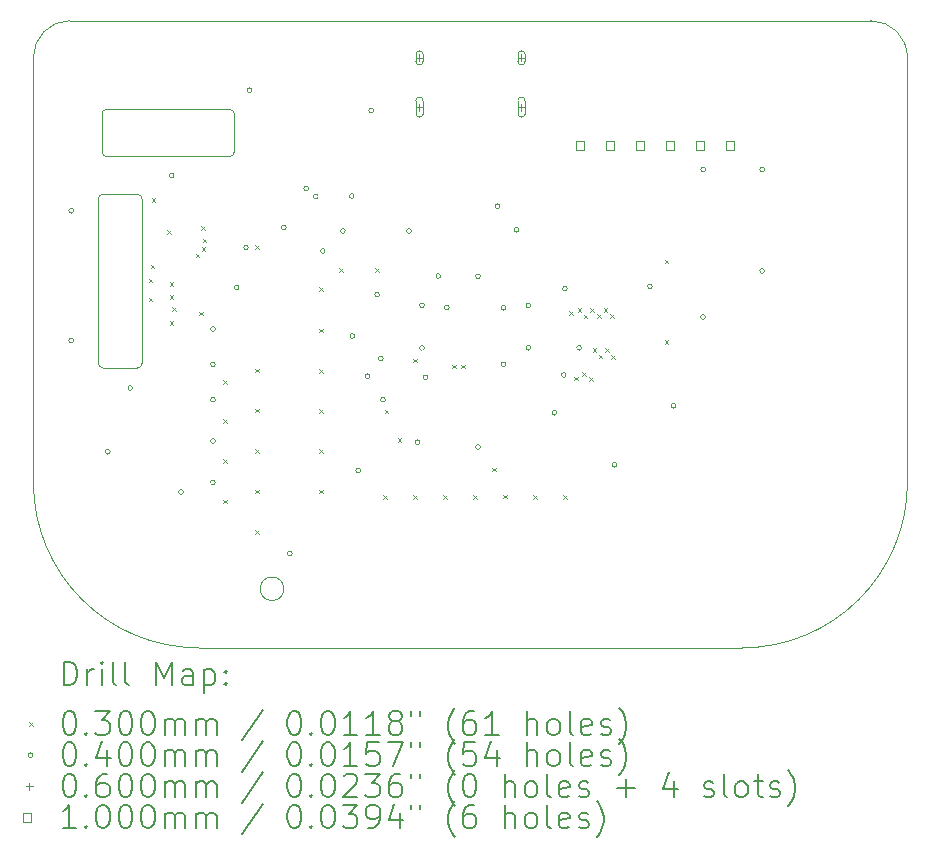
<source format=gbr>
%TF.GenerationSoftware,KiCad,Pcbnew,9.0.0*%
%TF.CreationDate,2025-04-02T18:41:46+03:00*%
%TF.ProjectId,bbq20_keyboard,62627132-305f-46b6-9579-626f6172642e,2*%
%TF.SameCoordinates,Original*%
%TF.FileFunction,Drillmap*%
%TF.FilePolarity,Positive*%
%FSLAX45Y45*%
G04 Gerber Fmt 4.5, Leading zero omitted, Abs format (unit mm)*
G04 Created by KiCad (PCBNEW 9.0.0) date 2025-04-02 18:41:46*
%MOMM*%
%LPD*%
G01*
G04 APERTURE LIST*
%ADD10C,0.100000*%
%ADD11C,0.200000*%
G04 APERTURE END LIST*
D10*
X11960000Y-9930000D02*
X11670000Y-9930000D01*
X18170000Y-6990000D02*
G75*
G02*
X18480000Y-7300000I0J-310000D01*
G01*
X12740000Y-7740000D02*
X11700000Y-7740000D01*
X11660000Y-7780000D02*
G75*
G02*
X11700000Y-7740000I40000J0D01*
G01*
X11700000Y-8140000D02*
X12740000Y-8140000D01*
X18170000Y-6990000D02*
X11390000Y-6990000D01*
X11960000Y-8460000D02*
X11670000Y-8460000D01*
X11960000Y-8460000D02*
G75*
G02*
X12000000Y-8500000I0J-40000D01*
G01*
X11630000Y-8500000D02*
X11630000Y-9890000D01*
X12000000Y-9890000D02*
G75*
G02*
X11960000Y-9930000I-40000J0D01*
G01*
X11660000Y-7780000D02*
X11660000Y-8100000D01*
X11700000Y-8140000D02*
G75*
G02*
X11660000Y-8100000I0J40000D01*
G01*
X11670000Y-9930000D02*
G75*
G02*
X11630000Y-9890000I0J40000D01*
G01*
X11080000Y-7300000D02*
G75*
G02*
X11390000Y-6990000I310000J0D01*
G01*
X18480000Y-10900000D02*
G75*
G02*
X17080000Y-12300000I-1400000J0D01*
G01*
X12780000Y-7780000D02*
X12780000Y-8100000D01*
X18480000Y-7300000D02*
X18480000Y-10900000D01*
X12000000Y-8500000D02*
X12000000Y-9890000D01*
X12480000Y-12300000D02*
G75*
G02*
X11080000Y-10900000I0J1400000D01*
G01*
X12740000Y-7740000D02*
G75*
G02*
X12780000Y-7780000I0J-40000D01*
G01*
X11630000Y-8500000D02*
G75*
G02*
X11670000Y-8460000I40000J0D01*
G01*
X17080000Y-12300000D02*
X12480000Y-12300000D01*
X13200000Y-11800000D02*
G75*
G02*
X13000000Y-11800000I-100000J0D01*
G01*
X13000000Y-11800000D02*
G75*
G02*
X13200000Y-11800000I100000J0D01*
G01*
X12780000Y-8100000D02*
G75*
G02*
X12740000Y-8140000I-40000J0D01*
G01*
X11080000Y-10900000D02*
X11080000Y-7300000D01*
D11*
D10*
X12055000Y-9175000D02*
X12085000Y-9205000D01*
X12085000Y-9175000D02*
X12055000Y-9205000D01*
X12055000Y-9335000D02*
X12085000Y-9365000D01*
X12085000Y-9335000D02*
X12055000Y-9365000D01*
X12075000Y-9055000D02*
X12105000Y-9085000D01*
X12105000Y-9055000D02*
X12075000Y-9085000D01*
X12081086Y-8494738D02*
X12111086Y-8524738D01*
X12111086Y-8494738D02*
X12081086Y-8524738D01*
X12215000Y-8765000D02*
X12245000Y-8795000D01*
X12245000Y-8765000D02*
X12215000Y-8795000D01*
X12235000Y-9205000D02*
X12265000Y-9235000D01*
X12265000Y-9205000D02*
X12235000Y-9235000D01*
X12235000Y-9315000D02*
X12265000Y-9345000D01*
X12265000Y-9315000D02*
X12235000Y-9345000D01*
X12235000Y-9535000D02*
X12265000Y-9565000D01*
X12265000Y-9535000D02*
X12235000Y-9565000D01*
X12255000Y-9415000D02*
X12285000Y-9445000D01*
X12285000Y-9415000D02*
X12255000Y-9445000D01*
X12452912Y-8962550D02*
X12482912Y-8992550D01*
X12482912Y-8962550D02*
X12452912Y-8992550D01*
X12485000Y-9455000D02*
X12515000Y-9485000D01*
X12515000Y-9455000D02*
X12485000Y-9485000D01*
X12503102Y-8728289D02*
X12533102Y-8758289D01*
X12533102Y-8728289D02*
X12503102Y-8758289D01*
X12506091Y-8909734D02*
X12536091Y-8939734D01*
X12536091Y-8909734D02*
X12506091Y-8939734D01*
X12512838Y-8835088D02*
X12542838Y-8865088D01*
X12542838Y-8835088D02*
X12512838Y-8865088D01*
X12685000Y-10035000D02*
X12715000Y-10065000D01*
X12715000Y-10035000D02*
X12685000Y-10065000D01*
X12685000Y-10365000D02*
X12715000Y-10395000D01*
X12715000Y-10365000D02*
X12685000Y-10395000D01*
X12685000Y-10705000D02*
X12715000Y-10735000D01*
X12715000Y-10705000D02*
X12685000Y-10735000D01*
X12685000Y-11045000D02*
X12715000Y-11075000D01*
X12715000Y-11045000D02*
X12685000Y-11075000D01*
X12957500Y-8892500D02*
X12987500Y-8922500D01*
X12987500Y-8892500D02*
X12957500Y-8922500D01*
X12960000Y-9937500D02*
X12990000Y-9967500D01*
X12990000Y-9937500D02*
X12960000Y-9967500D01*
X12960000Y-10277500D02*
X12990000Y-10307500D01*
X12990000Y-10277500D02*
X12960000Y-10307500D01*
X12960000Y-10619375D02*
X12990000Y-10649375D01*
X12990000Y-10619375D02*
X12960000Y-10649375D01*
X12960000Y-10960000D02*
X12990000Y-10990000D01*
X12990000Y-10960000D02*
X12960000Y-10990000D01*
X12960000Y-11302500D02*
X12990000Y-11332500D01*
X12990000Y-11302500D02*
X12960000Y-11332500D01*
X13500000Y-9245000D02*
X13530000Y-9275000D01*
X13530000Y-9245000D02*
X13500000Y-9275000D01*
X13500000Y-9600000D02*
X13530000Y-9630000D01*
X13530000Y-9600000D02*
X13500000Y-9630000D01*
X13500000Y-9940000D02*
X13530000Y-9970000D01*
X13530000Y-9940000D02*
X13500000Y-9970000D01*
X13500000Y-10280000D02*
X13530000Y-10310000D01*
X13530000Y-10280000D02*
X13500000Y-10310000D01*
X13500000Y-10620000D02*
X13530000Y-10650000D01*
X13530000Y-10620000D02*
X13500000Y-10650000D01*
X13500000Y-10960000D02*
X13530000Y-10990000D01*
X13530000Y-10960000D02*
X13500000Y-10990000D01*
X13670046Y-9085000D02*
X13700046Y-9115000D01*
X13700046Y-9085000D02*
X13670046Y-9115000D01*
X13975000Y-9085000D02*
X14005000Y-9115000D01*
X14005000Y-9085000D02*
X13975000Y-9115000D01*
X14043000Y-11007500D02*
X14073000Y-11037500D01*
X14073000Y-11007500D02*
X14043000Y-11037500D01*
X14055000Y-10285000D02*
X14085000Y-10315000D01*
X14085000Y-10285000D02*
X14055000Y-10315000D01*
X14165000Y-10525000D02*
X14195000Y-10555000D01*
X14195000Y-10525000D02*
X14165000Y-10555000D01*
X14297000Y-11007500D02*
X14327000Y-11037500D01*
X14327000Y-11007500D02*
X14297000Y-11037500D01*
X14297550Y-9852550D02*
X14327550Y-9882550D01*
X14327550Y-9852550D02*
X14297550Y-9882550D01*
X14551000Y-11007500D02*
X14581000Y-11037500D01*
X14581000Y-11007500D02*
X14551000Y-11037500D01*
X14625000Y-9905050D02*
X14655000Y-9935050D01*
X14655000Y-9905050D02*
X14625000Y-9935050D01*
X14699950Y-9904975D02*
X14729950Y-9934975D01*
X14729950Y-9904975D02*
X14699950Y-9934975D01*
X14805000Y-11007500D02*
X14835000Y-11037500D01*
X14835000Y-11007500D02*
X14805000Y-11037500D01*
X14965000Y-10775000D02*
X14995000Y-10805000D01*
X14995000Y-10775000D02*
X14965000Y-10805000D01*
X15059500Y-11005000D02*
X15089500Y-11035000D01*
X15089500Y-11005000D02*
X15059500Y-11035000D01*
X15313000Y-11007500D02*
X15343000Y-11037500D01*
X15343000Y-11007500D02*
X15313000Y-11037500D01*
X15567000Y-11007500D02*
X15597000Y-11037500D01*
X15597000Y-11007500D02*
X15567000Y-11037500D01*
X15616071Y-9451588D02*
X15646071Y-9481588D01*
X15646071Y-9451588D02*
X15616071Y-9481588D01*
X15660872Y-10006247D02*
X15690872Y-10036247D01*
X15690872Y-10006247D02*
X15660872Y-10036247D01*
X15686855Y-9426950D02*
X15716855Y-9456950D01*
X15716855Y-9426950D02*
X15686855Y-9456950D01*
X15725000Y-9967450D02*
X15755000Y-9997450D01*
X15755000Y-9967450D02*
X15725000Y-9997450D01*
X15741177Y-9478590D02*
X15771177Y-9508590D01*
X15771177Y-9478590D02*
X15741177Y-9508590D01*
X15786650Y-10010074D02*
X15816650Y-10040074D01*
X15816650Y-10010074D02*
X15786650Y-10040074D01*
X15795499Y-9426950D02*
X15825499Y-9456950D01*
X15825499Y-9426950D02*
X15795499Y-9456950D01*
X15815000Y-9765000D02*
X15845000Y-9795000D01*
X15845000Y-9765000D02*
X15815000Y-9795000D01*
X15852421Y-9477291D02*
X15882421Y-9507291D01*
X15882421Y-9477291D02*
X15852421Y-9507291D01*
X15867998Y-9817998D02*
X15897998Y-9847998D01*
X15897998Y-9817998D02*
X15867998Y-9847998D01*
X15907949Y-9426950D02*
X15937949Y-9456950D01*
X15937949Y-9426950D02*
X15907949Y-9456950D01*
X15920448Y-9761923D02*
X15950448Y-9791923D01*
X15950448Y-9761923D02*
X15920448Y-9791923D01*
X15965729Y-9474690D02*
X15995729Y-9504690D01*
X15995729Y-9474690D02*
X15965729Y-9504690D01*
X15972899Y-9825000D02*
X16002899Y-9855000D01*
X16002899Y-9825000D02*
X15972899Y-9855000D01*
X16425000Y-9015000D02*
X16455000Y-9045000D01*
X16455000Y-9015000D02*
X16425000Y-9045000D01*
X16425000Y-9695000D02*
X16455000Y-9725000D01*
X16455000Y-9695000D02*
X16425000Y-9725000D01*
X11420000Y-8600000D02*
G75*
G02*
X11380000Y-8600000I-20000J0D01*
G01*
X11380000Y-8600000D02*
G75*
G02*
X11420000Y-8600000I20000J0D01*
G01*
X11420000Y-9700000D02*
G75*
G02*
X11380000Y-9700000I-20000J0D01*
G01*
X11380000Y-9700000D02*
G75*
G02*
X11420000Y-9700000I20000J0D01*
G01*
X11730000Y-10640000D02*
G75*
G02*
X11690000Y-10640000I-20000J0D01*
G01*
X11690000Y-10640000D02*
G75*
G02*
X11730000Y-10640000I20000J0D01*
G01*
X11920000Y-10100000D02*
G75*
G02*
X11880000Y-10100000I-20000J0D01*
G01*
X11880000Y-10100000D02*
G75*
G02*
X11920000Y-10100000I20000J0D01*
G01*
X12270000Y-8300000D02*
G75*
G02*
X12230000Y-8300000I-20000J0D01*
G01*
X12230000Y-8300000D02*
G75*
G02*
X12270000Y-8300000I20000J0D01*
G01*
X12350000Y-10980000D02*
G75*
G02*
X12310000Y-10980000I-20000J0D01*
G01*
X12310000Y-10980000D02*
G75*
G02*
X12350000Y-10980000I20000J0D01*
G01*
X12620000Y-9600000D02*
G75*
G02*
X12580000Y-9600000I-20000J0D01*
G01*
X12580000Y-9600000D02*
G75*
G02*
X12620000Y-9600000I20000J0D01*
G01*
X12620000Y-9900000D02*
G75*
G02*
X12580000Y-9900000I-20000J0D01*
G01*
X12580000Y-9900000D02*
G75*
G02*
X12620000Y-9900000I20000J0D01*
G01*
X12620000Y-10200000D02*
G75*
G02*
X12580000Y-10200000I-20000J0D01*
G01*
X12580000Y-10200000D02*
G75*
G02*
X12620000Y-10200000I20000J0D01*
G01*
X12620000Y-10550000D02*
G75*
G02*
X12580000Y-10550000I-20000J0D01*
G01*
X12580000Y-10550000D02*
G75*
G02*
X12620000Y-10550000I20000J0D01*
G01*
X12620000Y-10900000D02*
G75*
G02*
X12580000Y-10900000I-20000J0D01*
G01*
X12580000Y-10900000D02*
G75*
G02*
X12620000Y-10900000I20000J0D01*
G01*
X12820000Y-9250000D02*
G75*
G02*
X12780000Y-9250000I-20000J0D01*
G01*
X12780000Y-9250000D02*
G75*
G02*
X12820000Y-9250000I20000J0D01*
G01*
X12900000Y-8910000D02*
G75*
G02*
X12860000Y-8910000I-20000J0D01*
G01*
X12860000Y-8910000D02*
G75*
G02*
X12900000Y-8910000I20000J0D01*
G01*
X12930000Y-7580000D02*
G75*
G02*
X12890000Y-7580000I-20000J0D01*
G01*
X12890000Y-7580000D02*
G75*
G02*
X12930000Y-7580000I20000J0D01*
G01*
X13220000Y-8740000D02*
G75*
G02*
X13180000Y-8740000I-20000J0D01*
G01*
X13180000Y-8740000D02*
G75*
G02*
X13220000Y-8740000I20000J0D01*
G01*
X13270000Y-11500000D02*
G75*
G02*
X13230000Y-11500000I-20000J0D01*
G01*
X13230000Y-11500000D02*
G75*
G02*
X13270000Y-11500000I20000J0D01*
G01*
X13410000Y-8410000D02*
G75*
G02*
X13370000Y-8410000I-20000J0D01*
G01*
X13370000Y-8410000D02*
G75*
G02*
X13410000Y-8410000I20000J0D01*
G01*
X13490000Y-8480000D02*
G75*
G02*
X13450000Y-8480000I-20000J0D01*
G01*
X13450000Y-8480000D02*
G75*
G02*
X13490000Y-8480000I20000J0D01*
G01*
X13550000Y-8940000D02*
G75*
G02*
X13510000Y-8940000I-20000J0D01*
G01*
X13510000Y-8940000D02*
G75*
G02*
X13550000Y-8940000I20000J0D01*
G01*
X13720000Y-8770000D02*
G75*
G02*
X13680000Y-8770000I-20000J0D01*
G01*
X13680000Y-8770000D02*
G75*
G02*
X13720000Y-8770000I20000J0D01*
G01*
X13795000Y-8475000D02*
G75*
G02*
X13755000Y-8475000I-20000J0D01*
G01*
X13755000Y-8475000D02*
G75*
G02*
X13795000Y-8475000I20000J0D01*
G01*
X13800000Y-9660000D02*
G75*
G02*
X13760000Y-9660000I-20000J0D01*
G01*
X13760000Y-9660000D02*
G75*
G02*
X13800000Y-9660000I20000J0D01*
G01*
X13850000Y-10800000D02*
G75*
G02*
X13810000Y-10800000I-20000J0D01*
G01*
X13810000Y-10800000D02*
G75*
G02*
X13850000Y-10800000I20000J0D01*
G01*
X13930000Y-10000000D02*
G75*
G02*
X13890000Y-10000000I-20000J0D01*
G01*
X13890000Y-10000000D02*
G75*
G02*
X13930000Y-10000000I20000J0D01*
G01*
X13960000Y-7750000D02*
G75*
G02*
X13920000Y-7750000I-20000J0D01*
G01*
X13920000Y-7750000D02*
G75*
G02*
X13960000Y-7750000I20000J0D01*
G01*
X14010000Y-9310000D02*
G75*
G02*
X13970000Y-9310000I-20000J0D01*
G01*
X13970000Y-9310000D02*
G75*
G02*
X14010000Y-9310000I20000J0D01*
G01*
X14040000Y-9850000D02*
G75*
G02*
X14000000Y-9850000I-20000J0D01*
G01*
X14000000Y-9850000D02*
G75*
G02*
X14040000Y-9850000I20000J0D01*
G01*
X14060000Y-10200000D02*
G75*
G02*
X14020000Y-10200000I-20000J0D01*
G01*
X14020000Y-10200000D02*
G75*
G02*
X14060000Y-10200000I20000J0D01*
G01*
X14280000Y-8770000D02*
G75*
G02*
X14240000Y-8770000I-20000J0D01*
G01*
X14240000Y-8770000D02*
G75*
G02*
X14280000Y-8770000I20000J0D01*
G01*
X14352500Y-10560048D02*
G75*
G02*
X14312500Y-10560048I-20000J0D01*
G01*
X14312500Y-10560048D02*
G75*
G02*
X14352500Y-10560048I20000J0D01*
G01*
X14390000Y-9400000D02*
G75*
G02*
X14350000Y-9400000I-20000J0D01*
G01*
X14350000Y-9400000D02*
G75*
G02*
X14390000Y-9400000I20000J0D01*
G01*
X14390000Y-9760000D02*
G75*
G02*
X14350000Y-9760000I-20000J0D01*
G01*
X14350000Y-9760000D02*
G75*
G02*
X14390000Y-9760000I20000J0D01*
G01*
X14420000Y-10010000D02*
G75*
G02*
X14380000Y-10010000I-20000J0D01*
G01*
X14380000Y-10010000D02*
G75*
G02*
X14420000Y-10010000I20000J0D01*
G01*
X14527823Y-9152177D02*
G75*
G02*
X14487823Y-9152177I-20000J0D01*
G01*
X14487823Y-9152177D02*
G75*
G02*
X14527823Y-9152177I20000J0D01*
G01*
X14600000Y-9420000D02*
G75*
G02*
X14560000Y-9420000I-20000J0D01*
G01*
X14560000Y-9420000D02*
G75*
G02*
X14600000Y-9420000I20000J0D01*
G01*
X14864073Y-9154073D02*
G75*
G02*
X14824073Y-9154073I-20000J0D01*
G01*
X14824073Y-9154073D02*
G75*
G02*
X14864073Y-9154073I20000J0D01*
G01*
X14865000Y-10600000D02*
G75*
G02*
X14825000Y-10600000I-20000J0D01*
G01*
X14825000Y-10600000D02*
G75*
G02*
X14865000Y-10600000I20000J0D01*
G01*
X15030000Y-8560000D02*
G75*
G02*
X14990000Y-8560000I-20000J0D01*
G01*
X14990000Y-8560000D02*
G75*
G02*
X15030000Y-8560000I20000J0D01*
G01*
X15080000Y-9420000D02*
G75*
G02*
X15040000Y-9420000I-20000J0D01*
G01*
X15040000Y-9420000D02*
G75*
G02*
X15080000Y-9420000I20000J0D01*
G01*
X15080000Y-9900000D02*
G75*
G02*
X15040000Y-9900000I-20000J0D01*
G01*
X15040000Y-9900000D02*
G75*
G02*
X15080000Y-9900000I20000J0D01*
G01*
X15190000Y-8760000D02*
G75*
G02*
X15150000Y-8760000I-20000J0D01*
G01*
X15150000Y-8760000D02*
G75*
G02*
X15190000Y-8760000I20000J0D01*
G01*
X15290000Y-9400000D02*
G75*
G02*
X15250000Y-9400000I-20000J0D01*
G01*
X15250000Y-9400000D02*
G75*
G02*
X15290000Y-9400000I20000J0D01*
G01*
X15290000Y-9760000D02*
G75*
G02*
X15250000Y-9760000I-20000J0D01*
G01*
X15250000Y-9760000D02*
G75*
G02*
X15290000Y-9760000I20000J0D01*
G01*
X15510000Y-10310000D02*
G75*
G02*
X15470000Y-10310000I-20000J0D01*
G01*
X15470000Y-10310000D02*
G75*
G02*
X15510000Y-10310000I20000J0D01*
G01*
X15590000Y-9990000D02*
G75*
G02*
X15550000Y-9990000I-20000J0D01*
G01*
X15550000Y-9990000D02*
G75*
G02*
X15590000Y-9990000I20000J0D01*
G01*
X15600000Y-9260000D02*
G75*
G02*
X15560000Y-9260000I-20000J0D01*
G01*
X15560000Y-9260000D02*
G75*
G02*
X15600000Y-9260000I20000J0D01*
G01*
X15720000Y-9760000D02*
G75*
G02*
X15680000Y-9760000I-20000J0D01*
G01*
X15680000Y-9760000D02*
G75*
G02*
X15720000Y-9760000I20000J0D01*
G01*
X16020000Y-10750000D02*
G75*
G02*
X15980000Y-10750000I-20000J0D01*
G01*
X15980000Y-10750000D02*
G75*
G02*
X16020000Y-10750000I20000J0D01*
G01*
X16320000Y-9240000D02*
G75*
G02*
X16280000Y-9240000I-20000J0D01*
G01*
X16280000Y-9240000D02*
G75*
G02*
X16320000Y-9240000I20000J0D01*
G01*
X16520000Y-10250000D02*
G75*
G02*
X16480000Y-10250000I-20000J0D01*
G01*
X16480000Y-10250000D02*
G75*
G02*
X16520000Y-10250000I20000J0D01*
G01*
X16770000Y-8250000D02*
G75*
G02*
X16730000Y-8250000I-20000J0D01*
G01*
X16730000Y-8250000D02*
G75*
G02*
X16770000Y-8250000I20000J0D01*
G01*
X16770000Y-9500000D02*
G75*
G02*
X16730000Y-9500000I-20000J0D01*
G01*
X16730000Y-9500000D02*
G75*
G02*
X16770000Y-9500000I20000J0D01*
G01*
X17270000Y-8250000D02*
G75*
G02*
X17230000Y-8250000I-20000J0D01*
G01*
X17230000Y-8250000D02*
G75*
G02*
X17270000Y-8250000I20000J0D01*
G01*
X17270000Y-9108807D02*
G75*
G02*
X17230000Y-9108807I-20000J0D01*
G01*
X17230000Y-9108807D02*
G75*
G02*
X17270000Y-9108807I20000J0D01*
G01*
X14348000Y-7275000D02*
X14348000Y-7335000D01*
X14318000Y-7305000D02*
X14378000Y-7305000D01*
X14318000Y-7275000D02*
X14318000Y-7335000D01*
X14378000Y-7335000D02*
G75*
G02*
X14318000Y-7335000I-30000J0D01*
G01*
X14378000Y-7335000D02*
X14378000Y-7275000D01*
X14378000Y-7275000D02*
G75*
G03*
X14318000Y-7275000I-30000J0D01*
G01*
X14348000Y-7693000D02*
X14348000Y-7753000D01*
X14318000Y-7723000D02*
X14378000Y-7723000D01*
X14318000Y-7668000D02*
X14318000Y-7778000D01*
X14378000Y-7778000D02*
G75*
G02*
X14318000Y-7778000I-30000J0D01*
G01*
X14378000Y-7778000D02*
X14378000Y-7668000D01*
X14378000Y-7668000D02*
G75*
G03*
X14318000Y-7668000I-30000J0D01*
G01*
X15212000Y-7275000D02*
X15212000Y-7335000D01*
X15182000Y-7305000D02*
X15242000Y-7305000D01*
X15182000Y-7275000D02*
X15182000Y-7335000D01*
X15242000Y-7335000D02*
G75*
G02*
X15182000Y-7335000I-30000J0D01*
G01*
X15242000Y-7335000D02*
X15242000Y-7275000D01*
X15242000Y-7275000D02*
G75*
G03*
X15182000Y-7275000I-30000J0D01*
G01*
X15212000Y-7693000D02*
X15212000Y-7753000D01*
X15182000Y-7723000D02*
X15242000Y-7723000D01*
X15182000Y-7668000D02*
X15182000Y-7778000D01*
X15242000Y-7778000D02*
G75*
G02*
X15182000Y-7778000I-30000J0D01*
G01*
X15242000Y-7778000D02*
X15242000Y-7668000D01*
X15242000Y-7668000D02*
G75*
G03*
X15182000Y-7668000I-30000J0D01*
G01*
X15740356Y-8082856D02*
X15740356Y-8012144D01*
X15669644Y-8012144D01*
X15669644Y-8082856D01*
X15740356Y-8082856D01*
X15994356Y-8082856D02*
X15994356Y-8012144D01*
X15923644Y-8012144D01*
X15923644Y-8082856D01*
X15994356Y-8082856D01*
X16248356Y-8082856D02*
X16248356Y-8012144D01*
X16177644Y-8012144D01*
X16177644Y-8082856D01*
X16248356Y-8082856D01*
X16502356Y-8082856D02*
X16502356Y-8012144D01*
X16431644Y-8012144D01*
X16431644Y-8082856D01*
X16502356Y-8082856D01*
X16756356Y-8082856D02*
X16756356Y-8012144D01*
X16685644Y-8012144D01*
X16685644Y-8082856D01*
X16756356Y-8082856D01*
X17010356Y-8082856D02*
X17010356Y-8012144D01*
X16939644Y-8012144D01*
X16939644Y-8082856D01*
X17010356Y-8082856D01*
D11*
X11335777Y-12616484D02*
X11335777Y-12416484D01*
X11335777Y-12416484D02*
X11383396Y-12416484D01*
X11383396Y-12416484D02*
X11411967Y-12426008D01*
X11411967Y-12426008D02*
X11431015Y-12445055D01*
X11431015Y-12445055D02*
X11440539Y-12464103D01*
X11440539Y-12464103D02*
X11450062Y-12502198D01*
X11450062Y-12502198D02*
X11450062Y-12530769D01*
X11450062Y-12530769D02*
X11440539Y-12568865D01*
X11440539Y-12568865D02*
X11431015Y-12587912D01*
X11431015Y-12587912D02*
X11411967Y-12606960D01*
X11411967Y-12606960D02*
X11383396Y-12616484D01*
X11383396Y-12616484D02*
X11335777Y-12616484D01*
X11535777Y-12616484D02*
X11535777Y-12483150D01*
X11535777Y-12521246D02*
X11545301Y-12502198D01*
X11545301Y-12502198D02*
X11554824Y-12492674D01*
X11554824Y-12492674D02*
X11573872Y-12483150D01*
X11573872Y-12483150D02*
X11592920Y-12483150D01*
X11659586Y-12616484D02*
X11659586Y-12483150D01*
X11659586Y-12416484D02*
X11650062Y-12426008D01*
X11650062Y-12426008D02*
X11659586Y-12435531D01*
X11659586Y-12435531D02*
X11669110Y-12426008D01*
X11669110Y-12426008D02*
X11659586Y-12416484D01*
X11659586Y-12416484D02*
X11659586Y-12435531D01*
X11783396Y-12616484D02*
X11764348Y-12606960D01*
X11764348Y-12606960D02*
X11754824Y-12587912D01*
X11754824Y-12587912D02*
X11754824Y-12416484D01*
X11888158Y-12616484D02*
X11869110Y-12606960D01*
X11869110Y-12606960D02*
X11859586Y-12587912D01*
X11859586Y-12587912D02*
X11859586Y-12416484D01*
X12116729Y-12616484D02*
X12116729Y-12416484D01*
X12116729Y-12416484D02*
X12183396Y-12559341D01*
X12183396Y-12559341D02*
X12250062Y-12416484D01*
X12250062Y-12416484D02*
X12250062Y-12616484D01*
X12431015Y-12616484D02*
X12431015Y-12511722D01*
X12431015Y-12511722D02*
X12421491Y-12492674D01*
X12421491Y-12492674D02*
X12402443Y-12483150D01*
X12402443Y-12483150D02*
X12364348Y-12483150D01*
X12364348Y-12483150D02*
X12345301Y-12492674D01*
X12431015Y-12606960D02*
X12411967Y-12616484D01*
X12411967Y-12616484D02*
X12364348Y-12616484D01*
X12364348Y-12616484D02*
X12345301Y-12606960D01*
X12345301Y-12606960D02*
X12335777Y-12587912D01*
X12335777Y-12587912D02*
X12335777Y-12568865D01*
X12335777Y-12568865D02*
X12345301Y-12549817D01*
X12345301Y-12549817D02*
X12364348Y-12540293D01*
X12364348Y-12540293D02*
X12411967Y-12540293D01*
X12411967Y-12540293D02*
X12431015Y-12530769D01*
X12526253Y-12483150D02*
X12526253Y-12683150D01*
X12526253Y-12492674D02*
X12545301Y-12483150D01*
X12545301Y-12483150D02*
X12583396Y-12483150D01*
X12583396Y-12483150D02*
X12602443Y-12492674D01*
X12602443Y-12492674D02*
X12611967Y-12502198D01*
X12611967Y-12502198D02*
X12621491Y-12521246D01*
X12621491Y-12521246D02*
X12621491Y-12578388D01*
X12621491Y-12578388D02*
X12611967Y-12597436D01*
X12611967Y-12597436D02*
X12602443Y-12606960D01*
X12602443Y-12606960D02*
X12583396Y-12616484D01*
X12583396Y-12616484D02*
X12545301Y-12616484D01*
X12545301Y-12616484D02*
X12526253Y-12606960D01*
X12707205Y-12597436D02*
X12716729Y-12606960D01*
X12716729Y-12606960D02*
X12707205Y-12616484D01*
X12707205Y-12616484D02*
X12697682Y-12606960D01*
X12697682Y-12606960D02*
X12707205Y-12597436D01*
X12707205Y-12597436D02*
X12707205Y-12616484D01*
X12707205Y-12492674D02*
X12716729Y-12502198D01*
X12716729Y-12502198D02*
X12707205Y-12511722D01*
X12707205Y-12511722D02*
X12697682Y-12502198D01*
X12697682Y-12502198D02*
X12707205Y-12492674D01*
X12707205Y-12492674D02*
X12707205Y-12511722D01*
D10*
X11045000Y-12930000D02*
X11075000Y-12960000D01*
X11075000Y-12930000D02*
X11045000Y-12960000D01*
D11*
X11373872Y-12836484D02*
X11392920Y-12836484D01*
X11392920Y-12836484D02*
X11411967Y-12846008D01*
X11411967Y-12846008D02*
X11421491Y-12855531D01*
X11421491Y-12855531D02*
X11431015Y-12874579D01*
X11431015Y-12874579D02*
X11440539Y-12912674D01*
X11440539Y-12912674D02*
X11440539Y-12960293D01*
X11440539Y-12960293D02*
X11431015Y-12998388D01*
X11431015Y-12998388D02*
X11421491Y-13017436D01*
X11421491Y-13017436D02*
X11411967Y-13026960D01*
X11411967Y-13026960D02*
X11392920Y-13036484D01*
X11392920Y-13036484D02*
X11373872Y-13036484D01*
X11373872Y-13036484D02*
X11354824Y-13026960D01*
X11354824Y-13026960D02*
X11345301Y-13017436D01*
X11345301Y-13017436D02*
X11335777Y-12998388D01*
X11335777Y-12998388D02*
X11326253Y-12960293D01*
X11326253Y-12960293D02*
X11326253Y-12912674D01*
X11326253Y-12912674D02*
X11335777Y-12874579D01*
X11335777Y-12874579D02*
X11345301Y-12855531D01*
X11345301Y-12855531D02*
X11354824Y-12846008D01*
X11354824Y-12846008D02*
X11373872Y-12836484D01*
X11526253Y-13017436D02*
X11535777Y-13026960D01*
X11535777Y-13026960D02*
X11526253Y-13036484D01*
X11526253Y-13036484D02*
X11516729Y-13026960D01*
X11516729Y-13026960D02*
X11526253Y-13017436D01*
X11526253Y-13017436D02*
X11526253Y-13036484D01*
X11602443Y-12836484D02*
X11726253Y-12836484D01*
X11726253Y-12836484D02*
X11659586Y-12912674D01*
X11659586Y-12912674D02*
X11688158Y-12912674D01*
X11688158Y-12912674D02*
X11707205Y-12922198D01*
X11707205Y-12922198D02*
X11716729Y-12931722D01*
X11716729Y-12931722D02*
X11726253Y-12950769D01*
X11726253Y-12950769D02*
X11726253Y-12998388D01*
X11726253Y-12998388D02*
X11716729Y-13017436D01*
X11716729Y-13017436D02*
X11707205Y-13026960D01*
X11707205Y-13026960D02*
X11688158Y-13036484D01*
X11688158Y-13036484D02*
X11631015Y-13036484D01*
X11631015Y-13036484D02*
X11611967Y-13026960D01*
X11611967Y-13026960D02*
X11602443Y-13017436D01*
X11850062Y-12836484D02*
X11869110Y-12836484D01*
X11869110Y-12836484D02*
X11888158Y-12846008D01*
X11888158Y-12846008D02*
X11897682Y-12855531D01*
X11897682Y-12855531D02*
X11907205Y-12874579D01*
X11907205Y-12874579D02*
X11916729Y-12912674D01*
X11916729Y-12912674D02*
X11916729Y-12960293D01*
X11916729Y-12960293D02*
X11907205Y-12998388D01*
X11907205Y-12998388D02*
X11897682Y-13017436D01*
X11897682Y-13017436D02*
X11888158Y-13026960D01*
X11888158Y-13026960D02*
X11869110Y-13036484D01*
X11869110Y-13036484D02*
X11850062Y-13036484D01*
X11850062Y-13036484D02*
X11831015Y-13026960D01*
X11831015Y-13026960D02*
X11821491Y-13017436D01*
X11821491Y-13017436D02*
X11811967Y-12998388D01*
X11811967Y-12998388D02*
X11802443Y-12960293D01*
X11802443Y-12960293D02*
X11802443Y-12912674D01*
X11802443Y-12912674D02*
X11811967Y-12874579D01*
X11811967Y-12874579D02*
X11821491Y-12855531D01*
X11821491Y-12855531D02*
X11831015Y-12846008D01*
X11831015Y-12846008D02*
X11850062Y-12836484D01*
X12040539Y-12836484D02*
X12059586Y-12836484D01*
X12059586Y-12836484D02*
X12078634Y-12846008D01*
X12078634Y-12846008D02*
X12088158Y-12855531D01*
X12088158Y-12855531D02*
X12097682Y-12874579D01*
X12097682Y-12874579D02*
X12107205Y-12912674D01*
X12107205Y-12912674D02*
X12107205Y-12960293D01*
X12107205Y-12960293D02*
X12097682Y-12998388D01*
X12097682Y-12998388D02*
X12088158Y-13017436D01*
X12088158Y-13017436D02*
X12078634Y-13026960D01*
X12078634Y-13026960D02*
X12059586Y-13036484D01*
X12059586Y-13036484D02*
X12040539Y-13036484D01*
X12040539Y-13036484D02*
X12021491Y-13026960D01*
X12021491Y-13026960D02*
X12011967Y-13017436D01*
X12011967Y-13017436D02*
X12002443Y-12998388D01*
X12002443Y-12998388D02*
X11992920Y-12960293D01*
X11992920Y-12960293D02*
X11992920Y-12912674D01*
X11992920Y-12912674D02*
X12002443Y-12874579D01*
X12002443Y-12874579D02*
X12011967Y-12855531D01*
X12011967Y-12855531D02*
X12021491Y-12846008D01*
X12021491Y-12846008D02*
X12040539Y-12836484D01*
X12192920Y-13036484D02*
X12192920Y-12903150D01*
X12192920Y-12922198D02*
X12202443Y-12912674D01*
X12202443Y-12912674D02*
X12221491Y-12903150D01*
X12221491Y-12903150D02*
X12250063Y-12903150D01*
X12250063Y-12903150D02*
X12269110Y-12912674D01*
X12269110Y-12912674D02*
X12278634Y-12931722D01*
X12278634Y-12931722D02*
X12278634Y-13036484D01*
X12278634Y-12931722D02*
X12288158Y-12912674D01*
X12288158Y-12912674D02*
X12307205Y-12903150D01*
X12307205Y-12903150D02*
X12335777Y-12903150D01*
X12335777Y-12903150D02*
X12354824Y-12912674D01*
X12354824Y-12912674D02*
X12364348Y-12931722D01*
X12364348Y-12931722D02*
X12364348Y-13036484D01*
X12459586Y-13036484D02*
X12459586Y-12903150D01*
X12459586Y-12922198D02*
X12469110Y-12912674D01*
X12469110Y-12912674D02*
X12488158Y-12903150D01*
X12488158Y-12903150D02*
X12516729Y-12903150D01*
X12516729Y-12903150D02*
X12535777Y-12912674D01*
X12535777Y-12912674D02*
X12545301Y-12931722D01*
X12545301Y-12931722D02*
X12545301Y-13036484D01*
X12545301Y-12931722D02*
X12554824Y-12912674D01*
X12554824Y-12912674D02*
X12573872Y-12903150D01*
X12573872Y-12903150D02*
X12602443Y-12903150D01*
X12602443Y-12903150D02*
X12621491Y-12912674D01*
X12621491Y-12912674D02*
X12631015Y-12931722D01*
X12631015Y-12931722D02*
X12631015Y-13036484D01*
X13021491Y-12826960D02*
X12850063Y-13084103D01*
X13278634Y-12836484D02*
X13297682Y-12836484D01*
X13297682Y-12836484D02*
X13316729Y-12846008D01*
X13316729Y-12846008D02*
X13326253Y-12855531D01*
X13326253Y-12855531D02*
X13335777Y-12874579D01*
X13335777Y-12874579D02*
X13345301Y-12912674D01*
X13345301Y-12912674D02*
X13345301Y-12960293D01*
X13345301Y-12960293D02*
X13335777Y-12998388D01*
X13335777Y-12998388D02*
X13326253Y-13017436D01*
X13326253Y-13017436D02*
X13316729Y-13026960D01*
X13316729Y-13026960D02*
X13297682Y-13036484D01*
X13297682Y-13036484D02*
X13278634Y-13036484D01*
X13278634Y-13036484D02*
X13259586Y-13026960D01*
X13259586Y-13026960D02*
X13250063Y-13017436D01*
X13250063Y-13017436D02*
X13240539Y-12998388D01*
X13240539Y-12998388D02*
X13231015Y-12960293D01*
X13231015Y-12960293D02*
X13231015Y-12912674D01*
X13231015Y-12912674D02*
X13240539Y-12874579D01*
X13240539Y-12874579D02*
X13250063Y-12855531D01*
X13250063Y-12855531D02*
X13259586Y-12846008D01*
X13259586Y-12846008D02*
X13278634Y-12836484D01*
X13431015Y-13017436D02*
X13440539Y-13026960D01*
X13440539Y-13026960D02*
X13431015Y-13036484D01*
X13431015Y-13036484D02*
X13421491Y-13026960D01*
X13421491Y-13026960D02*
X13431015Y-13017436D01*
X13431015Y-13017436D02*
X13431015Y-13036484D01*
X13564348Y-12836484D02*
X13583396Y-12836484D01*
X13583396Y-12836484D02*
X13602444Y-12846008D01*
X13602444Y-12846008D02*
X13611967Y-12855531D01*
X13611967Y-12855531D02*
X13621491Y-12874579D01*
X13621491Y-12874579D02*
X13631015Y-12912674D01*
X13631015Y-12912674D02*
X13631015Y-12960293D01*
X13631015Y-12960293D02*
X13621491Y-12998388D01*
X13621491Y-12998388D02*
X13611967Y-13017436D01*
X13611967Y-13017436D02*
X13602444Y-13026960D01*
X13602444Y-13026960D02*
X13583396Y-13036484D01*
X13583396Y-13036484D02*
X13564348Y-13036484D01*
X13564348Y-13036484D02*
X13545301Y-13026960D01*
X13545301Y-13026960D02*
X13535777Y-13017436D01*
X13535777Y-13017436D02*
X13526253Y-12998388D01*
X13526253Y-12998388D02*
X13516729Y-12960293D01*
X13516729Y-12960293D02*
X13516729Y-12912674D01*
X13516729Y-12912674D02*
X13526253Y-12874579D01*
X13526253Y-12874579D02*
X13535777Y-12855531D01*
X13535777Y-12855531D02*
X13545301Y-12846008D01*
X13545301Y-12846008D02*
X13564348Y-12836484D01*
X13821491Y-13036484D02*
X13707206Y-13036484D01*
X13764348Y-13036484D02*
X13764348Y-12836484D01*
X13764348Y-12836484D02*
X13745301Y-12865055D01*
X13745301Y-12865055D02*
X13726253Y-12884103D01*
X13726253Y-12884103D02*
X13707206Y-12893627D01*
X14011967Y-13036484D02*
X13897682Y-13036484D01*
X13954825Y-13036484D02*
X13954825Y-12836484D01*
X13954825Y-12836484D02*
X13935777Y-12865055D01*
X13935777Y-12865055D02*
X13916729Y-12884103D01*
X13916729Y-12884103D02*
X13897682Y-12893627D01*
X14126253Y-12922198D02*
X14107206Y-12912674D01*
X14107206Y-12912674D02*
X14097682Y-12903150D01*
X14097682Y-12903150D02*
X14088158Y-12884103D01*
X14088158Y-12884103D02*
X14088158Y-12874579D01*
X14088158Y-12874579D02*
X14097682Y-12855531D01*
X14097682Y-12855531D02*
X14107206Y-12846008D01*
X14107206Y-12846008D02*
X14126253Y-12836484D01*
X14126253Y-12836484D02*
X14164348Y-12836484D01*
X14164348Y-12836484D02*
X14183396Y-12846008D01*
X14183396Y-12846008D02*
X14192920Y-12855531D01*
X14192920Y-12855531D02*
X14202444Y-12874579D01*
X14202444Y-12874579D02*
X14202444Y-12884103D01*
X14202444Y-12884103D02*
X14192920Y-12903150D01*
X14192920Y-12903150D02*
X14183396Y-12912674D01*
X14183396Y-12912674D02*
X14164348Y-12922198D01*
X14164348Y-12922198D02*
X14126253Y-12922198D01*
X14126253Y-12922198D02*
X14107206Y-12931722D01*
X14107206Y-12931722D02*
X14097682Y-12941246D01*
X14097682Y-12941246D02*
X14088158Y-12960293D01*
X14088158Y-12960293D02*
X14088158Y-12998388D01*
X14088158Y-12998388D02*
X14097682Y-13017436D01*
X14097682Y-13017436D02*
X14107206Y-13026960D01*
X14107206Y-13026960D02*
X14126253Y-13036484D01*
X14126253Y-13036484D02*
X14164348Y-13036484D01*
X14164348Y-13036484D02*
X14183396Y-13026960D01*
X14183396Y-13026960D02*
X14192920Y-13017436D01*
X14192920Y-13017436D02*
X14202444Y-12998388D01*
X14202444Y-12998388D02*
X14202444Y-12960293D01*
X14202444Y-12960293D02*
X14192920Y-12941246D01*
X14192920Y-12941246D02*
X14183396Y-12931722D01*
X14183396Y-12931722D02*
X14164348Y-12922198D01*
X14278634Y-12836484D02*
X14278634Y-12874579D01*
X14354825Y-12836484D02*
X14354825Y-12874579D01*
X14650063Y-13112674D02*
X14640539Y-13103150D01*
X14640539Y-13103150D02*
X14621491Y-13074579D01*
X14621491Y-13074579D02*
X14611968Y-13055531D01*
X14611968Y-13055531D02*
X14602444Y-13026960D01*
X14602444Y-13026960D02*
X14592920Y-12979341D01*
X14592920Y-12979341D02*
X14592920Y-12941246D01*
X14592920Y-12941246D02*
X14602444Y-12893627D01*
X14602444Y-12893627D02*
X14611968Y-12865055D01*
X14611968Y-12865055D02*
X14621491Y-12846008D01*
X14621491Y-12846008D02*
X14640539Y-12817436D01*
X14640539Y-12817436D02*
X14650063Y-12807912D01*
X14811968Y-12836484D02*
X14773872Y-12836484D01*
X14773872Y-12836484D02*
X14754825Y-12846008D01*
X14754825Y-12846008D02*
X14745301Y-12855531D01*
X14745301Y-12855531D02*
X14726253Y-12884103D01*
X14726253Y-12884103D02*
X14716729Y-12922198D01*
X14716729Y-12922198D02*
X14716729Y-12998388D01*
X14716729Y-12998388D02*
X14726253Y-13017436D01*
X14726253Y-13017436D02*
X14735777Y-13026960D01*
X14735777Y-13026960D02*
X14754825Y-13036484D01*
X14754825Y-13036484D02*
X14792920Y-13036484D01*
X14792920Y-13036484D02*
X14811968Y-13026960D01*
X14811968Y-13026960D02*
X14821491Y-13017436D01*
X14821491Y-13017436D02*
X14831015Y-12998388D01*
X14831015Y-12998388D02*
X14831015Y-12950769D01*
X14831015Y-12950769D02*
X14821491Y-12931722D01*
X14821491Y-12931722D02*
X14811968Y-12922198D01*
X14811968Y-12922198D02*
X14792920Y-12912674D01*
X14792920Y-12912674D02*
X14754825Y-12912674D01*
X14754825Y-12912674D02*
X14735777Y-12922198D01*
X14735777Y-12922198D02*
X14726253Y-12931722D01*
X14726253Y-12931722D02*
X14716729Y-12950769D01*
X15021491Y-13036484D02*
X14907206Y-13036484D01*
X14964348Y-13036484D02*
X14964348Y-12836484D01*
X14964348Y-12836484D02*
X14945301Y-12865055D01*
X14945301Y-12865055D02*
X14926253Y-12884103D01*
X14926253Y-12884103D02*
X14907206Y-12893627D01*
X15259587Y-13036484D02*
X15259587Y-12836484D01*
X15345301Y-13036484D02*
X15345301Y-12931722D01*
X15345301Y-12931722D02*
X15335777Y-12912674D01*
X15335777Y-12912674D02*
X15316730Y-12903150D01*
X15316730Y-12903150D02*
X15288158Y-12903150D01*
X15288158Y-12903150D02*
X15269110Y-12912674D01*
X15269110Y-12912674D02*
X15259587Y-12922198D01*
X15469110Y-13036484D02*
X15450063Y-13026960D01*
X15450063Y-13026960D02*
X15440539Y-13017436D01*
X15440539Y-13017436D02*
X15431015Y-12998388D01*
X15431015Y-12998388D02*
X15431015Y-12941246D01*
X15431015Y-12941246D02*
X15440539Y-12922198D01*
X15440539Y-12922198D02*
X15450063Y-12912674D01*
X15450063Y-12912674D02*
X15469110Y-12903150D01*
X15469110Y-12903150D02*
X15497682Y-12903150D01*
X15497682Y-12903150D02*
X15516730Y-12912674D01*
X15516730Y-12912674D02*
X15526253Y-12922198D01*
X15526253Y-12922198D02*
X15535777Y-12941246D01*
X15535777Y-12941246D02*
X15535777Y-12998388D01*
X15535777Y-12998388D02*
X15526253Y-13017436D01*
X15526253Y-13017436D02*
X15516730Y-13026960D01*
X15516730Y-13026960D02*
X15497682Y-13036484D01*
X15497682Y-13036484D02*
X15469110Y-13036484D01*
X15650063Y-13036484D02*
X15631015Y-13026960D01*
X15631015Y-13026960D02*
X15621491Y-13007912D01*
X15621491Y-13007912D02*
X15621491Y-12836484D01*
X15802444Y-13026960D02*
X15783396Y-13036484D01*
X15783396Y-13036484D02*
X15745301Y-13036484D01*
X15745301Y-13036484D02*
X15726253Y-13026960D01*
X15726253Y-13026960D02*
X15716730Y-13007912D01*
X15716730Y-13007912D02*
X15716730Y-12931722D01*
X15716730Y-12931722D02*
X15726253Y-12912674D01*
X15726253Y-12912674D02*
X15745301Y-12903150D01*
X15745301Y-12903150D02*
X15783396Y-12903150D01*
X15783396Y-12903150D02*
X15802444Y-12912674D01*
X15802444Y-12912674D02*
X15811968Y-12931722D01*
X15811968Y-12931722D02*
X15811968Y-12950769D01*
X15811968Y-12950769D02*
X15716730Y-12969817D01*
X15888158Y-13026960D02*
X15907206Y-13036484D01*
X15907206Y-13036484D02*
X15945301Y-13036484D01*
X15945301Y-13036484D02*
X15964349Y-13026960D01*
X15964349Y-13026960D02*
X15973872Y-13007912D01*
X15973872Y-13007912D02*
X15973872Y-12998388D01*
X15973872Y-12998388D02*
X15964349Y-12979341D01*
X15964349Y-12979341D02*
X15945301Y-12969817D01*
X15945301Y-12969817D02*
X15916730Y-12969817D01*
X15916730Y-12969817D02*
X15897682Y-12960293D01*
X15897682Y-12960293D02*
X15888158Y-12941246D01*
X15888158Y-12941246D02*
X15888158Y-12931722D01*
X15888158Y-12931722D02*
X15897682Y-12912674D01*
X15897682Y-12912674D02*
X15916730Y-12903150D01*
X15916730Y-12903150D02*
X15945301Y-12903150D01*
X15945301Y-12903150D02*
X15964349Y-12912674D01*
X16040539Y-13112674D02*
X16050063Y-13103150D01*
X16050063Y-13103150D02*
X16069111Y-13074579D01*
X16069111Y-13074579D02*
X16078634Y-13055531D01*
X16078634Y-13055531D02*
X16088158Y-13026960D01*
X16088158Y-13026960D02*
X16097682Y-12979341D01*
X16097682Y-12979341D02*
X16097682Y-12941246D01*
X16097682Y-12941246D02*
X16088158Y-12893627D01*
X16088158Y-12893627D02*
X16078634Y-12865055D01*
X16078634Y-12865055D02*
X16069111Y-12846008D01*
X16069111Y-12846008D02*
X16050063Y-12817436D01*
X16050063Y-12817436D02*
X16040539Y-12807912D01*
D10*
X11075000Y-13209000D02*
G75*
G02*
X11035000Y-13209000I-20000J0D01*
G01*
X11035000Y-13209000D02*
G75*
G02*
X11075000Y-13209000I20000J0D01*
G01*
D11*
X11373872Y-13100484D02*
X11392920Y-13100484D01*
X11392920Y-13100484D02*
X11411967Y-13110008D01*
X11411967Y-13110008D02*
X11421491Y-13119531D01*
X11421491Y-13119531D02*
X11431015Y-13138579D01*
X11431015Y-13138579D02*
X11440539Y-13176674D01*
X11440539Y-13176674D02*
X11440539Y-13224293D01*
X11440539Y-13224293D02*
X11431015Y-13262388D01*
X11431015Y-13262388D02*
X11421491Y-13281436D01*
X11421491Y-13281436D02*
X11411967Y-13290960D01*
X11411967Y-13290960D02*
X11392920Y-13300484D01*
X11392920Y-13300484D02*
X11373872Y-13300484D01*
X11373872Y-13300484D02*
X11354824Y-13290960D01*
X11354824Y-13290960D02*
X11345301Y-13281436D01*
X11345301Y-13281436D02*
X11335777Y-13262388D01*
X11335777Y-13262388D02*
X11326253Y-13224293D01*
X11326253Y-13224293D02*
X11326253Y-13176674D01*
X11326253Y-13176674D02*
X11335777Y-13138579D01*
X11335777Y-13138579D02*
X11345301Y-13119531D01*
X11345301Y-13119531D02*
X11354824Y-13110008D01*
X11354824Y-13110008D02*
X11373872Y-13100484D01*
X11526253Y-13281436D02*
X11535777Y-13290960D01*
X11535777Y-13290960D02*
X11526253Y-13300484D01*
X11526253Y-13300484D02*
X11516729Y-13290960D01*
X11516729Y-13290960D02*
X11526253Y-13281436D01*
X11526253Y-13281436D02*
X11526253Y-13300484D01*
X11707205Y-13167150D02*
X11707205Y-13300484D01*
X11659586Y-13090960D02*
X11611967Y-13233817D01*
X11611967Y-13233817D02*
X11735777Y-13233817D01*
X11850062Y-13100484D02*
X11869110Y-13100484D01*
X11869110Y-13100484D02*
X11888158Y-13110008D01*
X11888158Y-13110008D02*
X11897682Y-13119531D01*
X11897682Y-13119531D02*
X11907205Y-13138579D01*
X11907205Y-13138579D02*
X11916729Y-13176674D01*
X11916729Y-13176674D02*
X11916729Y-13224293D01*
X11916729Y-13224293D02*
X11907205Y-13262388D01*
X11907205Y-13262388D02*
X11897682Y-13281436D01*
X11897682Y-13281436D02*
X11888158Y-13290960D01*
X11888158Y-13290960D02*
X11869110Y-13300484D01*
X11869110Y-13300484D02*
X11850062Y-13300484D01*
X11850062Y-13300484D02*
X11831015Y-13290960D01*
X11831015Y-13290960D02*
X11821491Y-13281436D01*
X11821491Y-13281436D02*
X11811967Y-13262388D01*
X11811967Y-13262388D02*
X11802443Y-13224293D01*
X11802443Y-13224293D02*
X11802443Y-13176674D01*
X11802443Y-13176674D02*
X11811967Y-13138579D01*
X11811967Y-13138579D02*
X11821491Y-13119531D01*
X11821491Y-13119531D02*
X11831015Y-13110008D01*
X11831015Y-13110008D02*
X11850062Y-13100484D01*
X12040539Y-13100484D02*
X12059586Y-13100484D01*
X12059586Y-13100484D02*
X12078634Y-13110008D01*
X12078634Y-13110008D02*
X12088158Y-13119531D01*
X12088158Y-13119531D02*
X12097682Y-13138579D01*
X12097682Y-13138579D02*
X12107205Y-13176674D01*
X12107205Y-13176674D02*
X12107205Y-13224293D01*
X12107205Y-13224293D02*
X12097682Y-13262388D01*
X12097682Y-13262388D02*
X12088158Y-13281436D01*
X12088158Y-13281436D02*
X12078634Y-13290960D01*
X12078634Y-13290960D02*
X12059586Y-13300484D01*
X12059586Y-13300484D02*
X12040539Y-13300484D01*
X12040539Y-13300484D02*
X12021491Y-13290960D01*
X12021491Y-13290960D02*
X12011967Y-13281436D01*
X12011967Y-13281436D02*
X12002443Y-13262388D01*
X12002443Y-13262388D02*
X11992920Y-13224293D01*
X11992920Y-13224293D02*
X11992920Y-13176674D01*
X11992920Y-13176674D02*
X12002443Y-13138579D01*
X12002443Y-13138579D02*
X12011967Y-13119531D01*
X12011967Y-13119531D02*
X12021491Y-13110008D01*
X12021491Y-13110008D02*
X12040539Y-13100484D01*
X12192920Y-13300484D02*
X12192920Y-13167150D01*
X12192920Y-13186198D02*
X12202443Y-13176674D01*
X12202443Y-13176674D02*
X12221491Y-13167150D01*
X12221491Y-13167150D02*
X12250063Y-13167150D01*
X12250063Y-13167150D02*
X12269110Y-13176674D01*
X12269110Y-13176674D02*
X12278634Y-13195722D01*
X12278634Y-13195722D02*
X12278634Y-13300484D01*
X12278634Y-13195722D02*
X12288158Y-13176674D01*
X12288158Y-13176674D02*
X12307205Y-13167150D01*
X12307205Y-13167150D02*
X12335777Y-13167150D01*
X12335777Y-13167150D02*
X12354824Y-13176674D01*
X12354824Y-13176674D02*
X12364348Y-13195722D01*
X12364348Y-13195722D02*
X12364348Y-13300484D01*
X12459586Y-13300484D02*
X12459586Y-13167150D01*
X12459586Y-13186198D02*
X12469110Y-13176674D01*
X12469110Y-13176674D02*
X12488158Y-13167150D01*
X12488158Y-13167150D02*
X12516729Y-13167150D01*
X12516729Y-13167150D02*
X12535777Y-13176674D01*
X12535777Y-13176674D02*
X12545301Y-13195722D01*
X12545301Y-13195722D02*
X12545301Y-13300484D01*
X12545301Y-13195722D02*
X12554824Y-13176674D01*
X12554824Y-13176674D02*
X12573872Y-13167150D01*
X12573872Y-13167150D02*
X12602443Y-13167150D01*
X12602443Y-13167150D02*
X12621491Y-13176674D01*
X12621491Y-13176674D02*
X12631015Y-13195722D01*
X12631015Y-13195722D02*
X12631015Y-13300484D01*
X13021491Y-13090960D02*
X12850063Y-13348103D01*
X13278634Y-13100484D02*
X13297682Y-13100484D01*
X13297682Y-13100484D02*
X13316729Y-13110008D01*
X13316729Y-13110008D02*
X13326253Y-13119531D01*
X13326253Y-13119531D02*
X13335777Y-13138579D01*
X13335777Y-13138579D02*
X13345301Y-13176674D01*
X13345301Y-13176674D02*
X13345301Y-13224293D01*
X13345301Y-13224293D02*
X13335777Y-13262388D01*
X13335777Y-13262388D02*
X13326253Y-13281436D01*
X13326253Y-13281436D02*
X13316729Y-13290960D01*
X13316729Y-13290960D02*
X13297682Y-13300484D01*
X13297682Y-13300484D02*
X13278634Y-13300484D01*
X13278634Y-13300484D02*
X13259586Y-13290960D01*
X13259586Y-13290960D02*
X13250063Y-13281436D01*
X13250063Y-13281436D02*
X13240539Y-13262388D01*
X13240539Y-13262388D02*
X13231015Y-13224293D01*
X13231015Y-13224293D02*
X13231015Y-13176674D01*
X13231015Y-13176674D02*
X13240539Y-13138579D01*
X13240539Y-13138579D02*
X13250063Y-13119531D01*
X13250063Y-13119531D02*
X13259586Y-13110008D01*
X13259586Y-13110008D02*
X13278634Y-13100484D01*
X13431015Y-13281436D02*
X13440539Y-13290960D01*
X13440539Y-13290960D02*
X13431015Y-13300484D01*
X13431015Y-13300484D02*
X13421491Y-13290960D01*
X13421491Y-13290960D02*
X13431015Y-13281436D01*
X13431015Y-13281436D02*
X13431015Y-13300484D01*
X13564348Y-13100484D02*
X13583396Y-13100484D01*
X13583396Y-13100484D02*
X13602444Y-13110008D01*
X13602444Y-13110008D02*
X13611967Y-13119531D01*
X13611967Y-13119531D02*
X13621491Y-13138579D01*
X13621491Y-13138579D02*
X13631015Y-13176674D01*
X13631015Y-13176674D02*
X13631015Y-13224293D01*
X13631015Y-13224293D02*
X13621491Y-13262388D01*
X13621491Y-13262388D02*
X13611967Y-13281436D01*
X13611967Y-13281436D02*
X13602444Y-13290960D01*
X13602444Y-13290960D02*
X13583396Y-13300484D01*
X13583396Y-13300484D02*
X13564348Y-13300484D01*
X13564348Y-13300484D02*
X13545301Y-13290960D01*
X13545301Y-13290960D02*
X13535777Y-13281436D01*
X13535777Y-13281436D02*
X13526253Y-13262388D01*
X13526253Y-13262388D02*
X13516729Y-13224293D01*
X13516729Y-13224293D02*
X13516729Y-13176674D01*
X13516729Y-13176674D02*
X13526253Y-13138579D01*
X13526253Y-13138579D02*
X13535777Y-13119531D01*
X13535777Y-13119531D02*
X13545301Y-13110008D01*
X13545301Y-13110008D02*
X13564348Y-13100484D01*
X13821491Y-13300484D02*
X13707206Y-13300484D01*
X13764348Y-13300484D02*
X13764348Y-13100484D01*
X13764348Y-13100484D02*
X13745301Y-13129055D01*
X13745301Y-13129055D02*
X13726253Y-13148103D01*
X13726253Y-13148103D02*
X13707206Y-13157627D01*
X14002444Y-13100484D02*
X13907206Y-13100484D01*
X13907206Y-13100484D02*
X13897682Y-13195722D01*
X13897682Y-13195722D02*
X13907206Y-13186198D01*
X13907206Y-13186198D02*
X13926253Y-13176674D01*
X13926253Y-13176674D02*
X13973872Y-13176674D01*
X13973872Y-13176674D02*
X13992920Y-13186198D01*
X13992920Y-13186198D02*
X14002444Y-13195722D01*
X14002444Y-13195722D02*
X14011967Y-13214769D01*
X14011967Y-13214769D02*
X14011967Y-13262388D01*
X14011967Y-13262388D02*
X14002444Y-13281436D01*
X14002444Y-13281436D02*
X13992920Y-13290960D01*
X13992920Y-13290960D02*
X13973872Y-13300484D01*
X13973872Y-13300484D02*
X13926253Y-13300484D01*
X13926253Y-13300484D02*
X13907206Y-13290960D01*
X13907206Y-13290960D02*
X13897682Y-13281436D01*
X14078634Y-13100484D02*
X14211967Y-13100484D01*
X14211967Y-13100484D02*
X14126253Y-13300484D01*
X14278634Y-13100484D02*
X14278634Y-13138579D01*
X14354825Y-13100484D02*
X14354825Y-13138579D01*
X14650063Y-13376674D02*
X14640539Y-13367150D01*
X14640539Y-13367150D02*
X14621491Y-13338579D01*
X14621491Y-13338579D02*
X14611968Y-13319531D01*
X14611968Y-13319531D02*
X14602444Y-13290960D01*
X14602444Y-13290960D02*
X14592920Y-13243341D01*
X14592920Y-13243341D02*
X14592920Y-13205246D01*
X14592920Y-13205246D02*
X14602444Y-13157627D01*
X14602444Y-13157627D02*
X14611968Y-13129055D01*
X14611968Y-13129055D02*
X14621491Y-13110008D01*
X14621491Y-13110008D02*
X14640539Y-13081436D01*
X14640539Y-13081436D02*
X14650063Y-13071912D01*
X14821491Y-13100484D02*
X14726253Y-13100484D01*
X14726253Y-13100484D02*
X14716729Y-13195722D01*
X14716729Y-13195722D02*
X14726253Y-13186198D01*
X14726253Y-13186198D02*
X14745301Y-13176674D01*
X14745301Y-13176674D02*
X14792920Y-13176674D01*
X14792920Y-13176674D02*
X14811968Y-13186198D01*
X14811968Y-13186198D02*
X14821491Y-13195722D01*
X14821491Y-13195722D02*
X14831015Y-13214769D01*
X14831015Y-13214769D02*
X14831015Y-13262388D01*
X14831015Y-13262388D02*
X14821491Y-13281436D01*
X14821491Y-13281436D02*
X14811968Y-13290960D01*
X14811968Y-13290960D02*
X14792920Y-13300484D01*
X14792920Y-13300484D02*
X14745301Y-13300484D01*
X14745301Y-13300484D02*
X14726253Y-13290960D01*
X14726253Y-13290960D02*
X14716729Y-13281436D01*
X15002444Y-13167150D02*
X15002444Y-13300484D01*
X14954825Y-13090960D02*
X14907206Y-13233817D01*
X14907206Y-13233817D02*
X15031015Y-13233817D01*
X15259587Y-13300484D02*
X15259587Y-13100484D01*
X15345301Y-13300484D02*
X15345301Y-13195722D01*
X15345301Y-13195722D02*
X15335777Y-13176674D01*
X15335777Y-13176674D02*
X15316730Y-13167150D01*
X15316730Y-13167150D02*
X15288158Y-13167150D01*
X15288158Y-13167150D02*
X15269110Y-13176674D01*
X15269110Y-13176674D02*
X15259587Y-13186198D01*
X15469110Y-13300484D02*
X15450063Y-13290960D01*
X15450063Y-13290960D02*
X15440539Y-13281436D01*
X15440539Y-13281436D02*
X15431015Y-13262388D01*
X15431015Y-13262388D02*
X15431015Y-13205246D01*
X15431015Y-13205246D02*
X15440539Y-13186198D01*
X15440539Y-13186198D02*
X15450063Y-13176674D01*
X15450063Y-13176674D02*
X15469110Y-13167150D01*
X15469110Y-13167150D02*
X15497682Y-13167150D01*
X15497682Y-13167150D02*
X15516730Y-13176674D01*
X15516730Y-13176674D02*
X15526253Y-13186198D01*
X15526253Y-13186198D02*
X15535777Y-13205246D01*
X15535777Y-13205246D02*
X15535777Y-13262388D01*
X15535777Y-13262388D02*
X15526253Y-13281436D01*
X15526253Y-13281436D02*
X15516730Y-13290960D01*
X15516730Y-13290960D02*
X15497682Y-13300484D01*
X15497682Y-13300484D02*
X15469110Y-13300484D01*
X15650063Y-13300484D02*
X15631015Y-13290960D01*
X15631015Y-13290960D02*
X15621491Y-13271912D01*
X15621491Y-13271912D02*
X15621491Y-13100484D01*
X15802444Y-13290960D02*
X15783396Y-13300484D01*
X15783396Y-13300484D02*
X15745301Y-13300484D01*
X15745301Y-13300484D02*
X15726253Y-13290960D01*
X15726253Y-13290960D02*
X15716730Y-13271912D01*
X15716730Y-13271912D02*
X15716730Y-13195722D01*
X15716730Y-13195722D02*
X15726253Y-13176674D01*
X15726253Y-13176674D02*
X15745301Y-13167150D01*
X15745301Y-13167150D02*
X15783396Y-13167150D01*
X15783396Y-13167150D02*
X15802444Y-13176674D01*
X15802444Y-13176674D02*
X15811968Y-13195722D01*
X15811968Y-13195722D02*
X15811968Y-13214769D01*
X15811968Y-13214769D02*
X15716730Y-13233817D01*
X15888158Y-13290960D02*
X15907206Y-13300484D01*
X15907206Y-13300484D02*
X15945301Y-13300484D01*
X15945301Y-13300484D02*
X15964349Y-13290960D01*
X15964349Y-13290960D02*
X15973872Y-13271912D01*
X15973872Y-13271912D02*
X15973872Y-13262388D01*
X15973872Y-13262388D02*
X15964349Y-13243341D01*
X15964349Y-13243341D02*
X15945301Y-13233817D01*
X15945301Y-13233817D02*
X15916730Y-13233817D01*
X15916730Y-13233817D02*
X15897682Y-13224293D01*
X15897682Y-13224293D02*
X15888158Y-13205246D01*
X15888158Y-13205246D02*
X15888158Y-13195722D01*
X15888158Y-13195722D02*
X15897682Y-13176674D01*
X15897682Y-13176674D02*
X15916730Y-13167150D01*
X15916730Y-13167150D02*
X15945301Y-13167150D01*
X15945301Y-13167150D02*
X15964349Y-13176674D01*
X16040539Y-13376674D02*
X16050063Y-13367150D01*
X16050063Y-13367150D02*
X16069111Y-13338579D01*
X16069111Y-13338579D02*
X16078634Y-13319531D01*
X16078634Y-13319531D02*
X16088158Y-13290960D01*
X16088158Y-13290960D02*
X16097682Y-13243341D01*
X16097682Y-13243341D02*
X16097682Y-13205246D01*
X16097682Y-13205246D02*
X16088158Y-13157627D01*
X16088158Y-13157627D02*
X16078634Y-13129055D01*
X16078634Y-13129055D02*
X16069111Y-13110008D01*
X16069111Y-13110008D02*
X16050063Y-13081436D01*
X16050063Y-13081436D02*
X16040539Y-13071912D01*
D10*
X11045000Y-13443000D02*
X11045000Y-13503000D01*
X11015000Y-13473000D02*
X11075000Y-13473000D01*
D11*
X11373872Y-13364484D02*
X11392920Y-13364484D01*
X11392920Y-13364484D02*
X11411967Y-13374008D01*
X11411967Y-13374008D02*
X11421491Y-13383531D01*
X11421491Y-13383531D02*
X11431015Y-13402579D01*
X11431015Y-13402579D02*
X11440539Y-13440674D01*
X11440539Y-13440674D02*
X11440539Y-13488293D01*
X11440539Y-13488293D02*
X11431015Y-13526388D01*
X11431015Y-13526388D02*
X11421491Y-13545436D01*
X11421491Y-13545436D02*
X11411967Y-13554960D01*
X11411967Y-13554960D02*
X11392920Y-13564484D01*
X11392920Y-13564484D02*
X11373872Y-13564484D01*
X11373872Y-13564484D02*
X11354824Y-13554960D01*
X11354824Y-13554960D02*
X11345301Y-13545436D01*
X11345301Y-13545436D02*
X11335777Y-13526388D01*
X11335777Y-13526388D02*
X11326253Y-13488293D01*
X11326253Y-13488293D02*
X11326253Y-13440674D01*
X11326253Y-13440674D02*
X11335777Y-13402579D01*
X11335777Y-13402579D02*
X11345301Y-13383531D01*
X11345301Y-13383531D02*
X11354824Y-13374008D01*
X11354824Y-13374008D02*
X11373872Y-13364484D01*
X11526253Y-13545436D02*
X11535777Y-13554960D01*
X11535777Y-13554960D02*
X11526253Y-13564484D01*
X11526253Y-13564484D02*
X11516729Y-13554960D01*
X11516729Y-13554960D02*
X11526253Y-13545436D01*
X11526253Y-13545436D02*
X11526253Y-13564484D01*
X11707205Y-13364484D02*
X11669110Y-13364484D01*
X11669110Y-13364484D02*
X11650062Y-13374008D01*
X11650062Y-13374008D02*
X11640539Y-13383531D01*
X11640539Y-13383531D02*
X11621491Y-13412103D01*
X11621491Y-13412103D02*
X11611967Y-13450198D01*
X11611967Y-13450198D02*
X11611967Y-13526388D01*
X11611967Y-13526388D02*
X11621491Y-13545436D01*
X11621491Y-13545436D02*
X11631015Y-13554960D01*
X11631015Y-13554960D02*
X11650062Y-13564484D01*
X11650062Y-13564484D02*
X11688158Y-13564484D01*
X11688158Y-13564484D02*
X11707205Y-13554960D01*
X11707205Y-13554960D02*
X11716729Y-13545436D01*
X11716729Y-13545436D02*
X11726253Y-13526388D01*
X11726253Y-13526388D02*
X11726253Y-13478769D01*
X11726253Y-13478769D02*
X11716729Y-13459722D01*
X11716729Y-13459722D02*
X11707205Y-13450198D01*
X11707205Y-13450198D02*
X11688158Y-13440674D01*
X11688158Y-13440674D02*
X11650062Y-13440674D01*
X11650062Y-13440674D02*
X11631015Y-13450198D01*
X11631015Y-13450198D02*
X11621491Y-13459722D01*
X11621491Y-13459722D02*
X11611967Y-13478769D01*
X11850062Y-13364484D02*
X11869110Y-13364484D01*
X11869110Y-13364484D02*
X11888158Y-13374008D01*
X11888158Y-13374008D02*
X11897682Y-13383531D01*
X11897682Y-13383531D02*
X11907205Y-13402579D01*
X11907205Y-13402579D02*
X11916729Y-13440674D01*
X11916729Y-13440674D02*
X11916729Y-13488293D01*
X11916729Y-13488293D02*
X11907205Y-13526388D01*
X11907205Y-13526388D02*
X11897682Y-13545436D01*
X11897682Y-13545436D02*
X11888158Y-13554960D01*
X11888158Y-13554960D02*
X11869110Y-13564484D01*
X11869110Y-13564484D02*
X11850062Y-13564484D01*
X11850062Y-13564484D02*
X11831015Y-13554960D01*
X11831015Y-13554960D02*
X11821491Y-13545436D01*
X11821491Y-13545436D02*
X11811967Y-13526388D01*
X11811967Y-13526388D02*
X11802443Y-13488293D01*
X11802443Y-13488293D02*
X11802443Y-13440674D01*
X11802443Y-13440674D02*
X11811967Y-13402579D01*
X11811967Y-13402579D02*
X11821491Y-13383531D01*
X11821491Y-13383531D02*
X11831015Y-13374008D01*
X11831015Y-13374008D02*
X11850062Y-13364484D01*
X12040539Y-13364484D02*
X12059586Y-13364484D01*
X12059586Y-13364484D02*
X12078634Y-13374008D01*
X12078634Y-13374008D02*
X12088158Y-13383531D01*
X12088158Y-13383531D02*
X12097682Y-13402579D01*
X12097682Y-13402579D02*
X12107205Y-13440674D01*
X12107205Y-13440674D02*
X12107205Y-13488293D01*
X12107205Y-13488293D02*
X12097682Y-13526388D01*
X12097682Y-13526388D02*
X12088158Y-13545436D01*
X12088158Y-13545436D02*
X12078634Y-13554960D01*
X12078634Y-13554960D02*
X12059586Y-13564484D01*
X12059586Y-13564484D02*
X12040539Y-13564484D01*
X12040539Y-13564484D02*
X12021491Y-13554960D01*
X12021491Y-13554960D02*
X12011967Y-13545436D01*
X12011967Y-13545436D02*
X12002443Y-13526388D01*
X12002443Y-13526388D02*
X11992920Y-13488293D01*
X11992920Y-13488293D02*
X11992920Y-13440674D01*
X11992920Y-13440674D02*
X12002443Y-13402579D01*
X12002443Y-13402579D02*
X12011967Y-13383531D01*
X12011967Y-13383531D02*
X12021491Y-13374008D01*
X12021491Y-13374008D02*
X12040539Y-13364484D01*
X12192920Y-13564484D02*
X12192920Y-13431150D01*
X12192920Y-13450198D02*
X12202443Y-13440674D01*
X12202443Y-13440674D02*
X12221491Y-13431150D01*
X12221491Y-13431150D02*
X12250063Y-13431150D01*
X12250063Y-13431150D02*
X12269110Y-13440674D01*
X12269110Y-13440674D02*
X12278634Y-13459722D01*
X12278634Y-13459722D02*
X12278634Y-13564484D01*
X12278634Y-13459722D02*
X12288158Y-13440674D01*
X12288158Y-13440674D02*
X12307205Y-13431150D01*
X12307205Y-13431150D02*
X12335777Y-13431150D01*
X12335777Y-13431150D02*
X12354824Y-13440674D01*
X12354824Y-13440674D02*
X12364348Y-13459722D01*
X12364348Y-13459722D02*
X12364348Y-13564484D01*
X12459586Y-13564484D02*
X12459586Y-13431150D01*
X12459586Y-13450198D02*
X12469110Y-13440674D01*
X12469110Y-13440674D02*
X12488158Y-13431150D01*
X12488158Y-13431150D02*
X12516729Y-13431150D01*
X12516729Y-13431150D02*
X12535777Y-13440674D01*
X12535777Y-13440674D02*
X12545301Y-13459722D01*
X12545301Y-13459722D02*
X12545301Y-13564484D01*
X12545301Y-13459722D02*
X12554824Y-13440674D01*
X12554824Y-13440674D02*
X12573872Y-13431150D01*
X12573872Y-13431150D02*
X12602443Y-13431150D01*
X12602443Y-13431150D02*
X12621491Y-13440674D01*
X12621491Y-13440674D02*
X12631015Y-13459722D01*
X12631015Y-13459722D02*
X12631015Y-13564484D01*
X13021491Y-13354960D02*
X12850063Y-13612103D01*
X13278634Y-13364484D02*
X13297682Y-13364484D01*
X13297682Y-13364484D02*
X13316729Y-13374008D01*
X13316729Y-13374008D02*
X13326253Y-13383531D01*
X13326253Y-13383531D02*
X13335777Y-13402579D01*
X13335777Y-13402579D02*
X13345301Y-13440674D01*
X13345301Y-13440674D02*
X13345301Y-13488293D01*
X13345301Y-13488293D02*
X13335777Y-13526388D01*
X13335777Y-13526388D02*
X13326253Y-13545436D01*
X13326253Y-13545436D02*
X13316729Y-13554960D01*
X13316729Y-13554960D02*
X13297682Y-13564484D01*
X13297682Y-13564484D02*
X13278634Y-13564484D01*
X13278634Y-13564484D02*
X13259586Y-13554960D01*
X13259586Y-13554960D02*
X13250063Y-13545436D01*
X13250063Y-13545436D02*
X13240539Y-13526388D01*
X13240539Y-13526388D02*
X13231015Y-13488293D01*
X13231015Y-13488293D02*
X13231015Y-13440674D01*
X13231015Y-13440674D02*
X13240539Y-13402579D01*
X13240539Y-13402579D02*
X13250063Y-13383531D01*
X13250063Y-13383531D02*
X13259586Y-13374008D01*
X13259586Y-13374008D02*
X13278634Y-13364484D01*
X13431015Y-13545436D02*
X13440539Y-13554960D01*
X13440539Y-13554960D02*
X13431015Y-13564484D01*
X13431015Y-13564484D02*
X13421491Y-13554960D01*
X13421491Y-13554960D02*
X13431015Y-13545436D01*
X13431015Y-13545436D02*
X13431015Y-13564484D01*
X13564348Y-13364484D02*
X13583396Y-13364484D01*
X13583396Y-13364484D02*
X13602444Y-13374008D01*
X13602444Y-13374008D02*
X13611967Y-13383531D01*
X13611967Y-13383531D02*
X13621491Y-13402579D01*
X13621491Y-13402579D02*
X13631015Y-13440674D01*
X13631015Y-13440674D02*
X13631015Y-13488293D01*
X13631015Y-13488293D02*
X13621491Y-13526388D01*
X13621491Y-13526388D02*
X13611967Y-13545436D01*
X13611967Y-13545436D02*
X13602444Y-13554960D01*
X13602444Y-13554960D02*
X13583396Y-13564484D01*
X13583396Y-13564484D02*
X13564348Y-13564484D01*
X13564348Y-13564484D02*
X13545301Y-13554960D01*
X13545301Y-13554960D02*
X13535777Y-13545436D01*
X13535777Y-13545436D02*
X13526253Y-13526388D01*
X13526253Y-13526388D02*
X13516729Y-13488293D01*
X13516729Y-13488293D02*
X13516729Y-13440674D01*
X13516729Y-13440674D02*
X13526253Y-13402579D01*
X13526253Y-13402579D02*
X13535777Y-13383531D01*
X13535777Y-13383531D02*
X13545301Y-13374008D01*
X13545301Y-13374008D02*
X13564348Y-13364484D01*
X13707206Y-13383531D02*
X13716729Y-13374008D01*
X13716729Y-13374008D02*
X13735777Y-13364484D01*
X13735777Y-13364484D02*
X13783396Y-13364484D01*
X13783396Y-13364484D02*
X13802444Y-13374008D01*
X13802444Y-13374008D02*
X13811967Y-13383531D01*
X13811967Y-13383531D02*
X13821491Y-13402579D01*
X13821491Y-13402579D02*
X13821491Y-13421627D01*
X13821491Y-13421627D02*
X13811967Y-13450198D01*
X13811967Y-13450198D02*
X13697682Y-13564484D01*
X13697682Y-13564484D02*
X13821491Y-13564484D01*
X13888158Y-13364484D02*
X14011967Y-13364484D01*
X14011967Y-13364484D02*
X13945301Y-13440674D01*
X13945301Y-13440674D02*
X13973872Y-13440674D01*
X13973872Y-13440674D02*
X13992920Y-13450198D01*
X13992920Y-13450198D02*
X14002444Y-13459722D01*
X14002444Y-13459722D02*
X14011967Y-13478769D01*
X14011967Y-13478769D02*
X14011967Y-13526388D01*
X14011967Y-13526388D02*
X14002444Y-13545436D01*
X14002444Y-13545436D02*
X13992920Y-13554960D01*
X13992920Y-13554960D02*
X13973872Y-13564484D01*
X13973872Y-13564484D02*
X13916729Y-13564484D01*
X13916729Y-13564484D02*
X13897682Y-13554960D01*
X13897682Y-13554960D02*
X13888158Y-13545436D01*
X14183396Y-13364484D02*
X14145301Y-13364484D01*
X14145301Y-13364484D02*
X14126253Y-13374008D01*
X14126253Y-13374008D02*
X14116729Y-13383531D01*
X14116729Y-13383531D02*
X14097682Y-13412103D01*
X14097682Y-13412103D02*
X14088158Y-13450198D01*
X14088158Y-13450198D02*
X14088158Y-13526388D01*
X14088158Y-13526388D02*
X14097682Y-13545436D01*
X14097682Y-13545436D02*
X14107206Y-13554960D01*
X14107206Y-13554960D02*
X14126253Y-13564484D01*
X14126253Y-13564484D02*
X14164348Y-13564484D01*
X14164348Y-13564484D02*
X14183396Y-13554960D01*
X14183396Y-13554960D02*
X14192920Y-13545436D01*
X14192920Y-13545436D02*
X14202444Y-13526388D01*
X14202444Y-13526388D02*
X14202444Y-13478769D01*
X14202444Y-13478769D02*
X14192920Y-13459722D01*
X14192920Y-13459722D02*
X14183396Y-13450198D01*
X14183396Y-13450198D02*
X14164348Y-13440674D01*
X14164348Y-13440674D02*
X14126253Y-13440674D01*
X14126253Y-13440674D02*
X14107206Y-13450198D01*
X14107206Y-13450198D02*
X14097682Y-13459722D01*
X14097682Y-13459722D02*
X14088158Y-13478769D01*
X14278634Y-13364484D02*
X14278634Y-13402579D01*
X14354825Y-13364484D02*
X14354825Y-13402579D01*
X14650063Y-13640674D02*
X14640539Y-13631150D01*
X14640539Y-13631150D02*
X14621491Y-13602579D01*
X14621491Y-13602579D02*
X14611968Y-13583531D01*
X14611968Y-13583531D02*
X14602444Y-13554960D01*
X14602444Y-13554960D02*
X14592920Y-13507341D01*
X14592920Y-13507341D02*
X14592920Y-13469246D01*
X14592920Y-13469246D02*
X14602444Y-13421627D01*
X14602444Y-13421627D02*
X14611968Y-13393055D01*
X14611968Y-13393055D02*
X14621491Y-13374008D01*
X14621491Y-13374008D02*
X14640539Y-13345436D01*
X14640539Y-13345436D02*
X14650063Y-13335912D01*
X14764348Y-13364484D02*
X14783396Y-13364484D01*
X14783396Y-13364484D02*
X14802444Y-13374008D01*
X14802444Y-13374008D02*
X14811968Y-13383531D01*
X14811968Y-13383531D02*
X14821491Y-13402579D01*
X14821491Y-13402579D02*
X14831015Y-13440674D01*
X14831015Y-13440674D02*
X14831015Y-13488293D01*
X14831015Y-13488293D02*
X14821491Y-13526388D01*
X14821491Y-13526388D02*
X14811968Y-13545436D01*
X14811968Y-13545436D02*
X14802444Y-13554960D01*
X14802444Y-13554960D02*
X14783396Y-13564484D01*
X14783396Y-13564484D02*
X14764348Y-13564484D01*
X14764348Y-13564484D02*
X14745301Y-13554960D01*
X14745301Y-13554960D02*
X14735777Y-13545436D01*
X14735777Y-13545436D02*
X14726253Y-13526388D01*
X14726253Y-13526388D02*
X14716729Y-13488293D01*
X14716729Y-13488293D02*
X14716729Y-13440674D01*
X14716729Y-13440674D02*
X14726253Y-13402579D01*
X14726253Y-13402579D02*
X14735777Y-13383531D01*
X14735777Y-13383531D02*
X14745301Y-13374008D01*
X14745301Y-13374008D02*
X14764348Y-13364484D01*
X15069110Y-13564484D02*
X15069110Y-13364484D01*
X15154825Y-13564484D02*
X15154825Y-13459722D01*
X15154825Y-13459722D02*
X15145301Y-13440674D01*
X15145301Y-13440674D02*
X15126253Y-13431150D01*
X15126253Y-13431150D02*
X15097682Y-13431150D01*
X15097682Y-13431150D02*
X15078634Y-13440674D01*
X15078634Y-13440674D02*
X15069110Y-13450198D01*
X15278634Y-13564484D02*
X15259587Y-13554960D01*
X15259587Y-13554960D02*
X15250063Y-13545436D01*
X15250063Y-13545436D02*
X15240539Y-13526388D01*
X15240539Y-13526388D02*
X15240539Y-13469246D01*
X15240539Y-13469246D02*
X15250063Y-13450198D01*
X15250063Y-13450198D02*
X15259587Y-13440674D01*
X15259587Y-13440674D02*
X15278634Y-13431150D01*
X15278634Y-13431150D02*
X15307206Y-13431150D01*
X15307206Y-13431150D02*
X15326253Y-13440674D01*
X15326253Y-13440674D02*
X15335777Y-13450198D01*
X15335777Y-13450198D02*
X15345301Y-13469246D01*
X15345301Y-13469246D02*
X15345301Y-13526388D01*
X15345301Y-13526388D02*
X15335777Y-13545436D01*
X15335777Y-13545436D02*
X15326253Y-13554960D01*
X15326253Y-13554960D02*
X15307206Y-13564484D01*
X15307206Y-13564484D02*
X15278634Y-13564484D01*
X15459587Y-13564484D02*
X15440539Y-13554960D01*
X15440539Y-13554960D02*
X15431015Y-13535912D01*
X15431015Y-13535912D02*
X15431015Y-13364484D01*
X15611968Y-13554960D02*
X15592920Y-13564484D01*
X15592920Y-13564484D02*
X15554825Y-13564484D01*
X15554825Y-13564484D02*
X15535777Y-13554960D01*
X15535777Y-13554960D02*
X15526253Y-13535912D01*
X15526253Y-13535912D02*
X15526253Y-13459722D01*
X15526253Y-13459722D02*
X15535777Y-13440674D01*
X15535777Y-13440674D02*
X15554825Y-13431150D01*
X15554825Y-13431150D02*
X15592920Y-13431150D01*
X15592920Y-13431150D02*
X15611968Y-13440674D01*
X15611968Y-13440674D02*
X15621491Y-13459722D01*
X15621491Y-13459722D02*
X15621491Y-13478769D01*
X15621491Y-13478769D02*
X15526253Y-13497817D01*
X15697682Y-13554960D02*
X15716730Y-13564484D01*
X15716730Y-13564484D02*
X15754825Y-13564484D01*
X15754825Y-13564484D02*
X15773872Y-13554960D01*
X15773872Y-13554960D02*
X15783396Y-13535912D01*
X15783396Y-13535912D02*
X15783396Y-13526388D01*
X15783396Y-13526388D02*
X15773872Y-13507341D01*
X15773872Y-13507341D02*
X15754825Y-13497817D01*
X15754825Y-13497817D02*
X15726253Y-13497817D01*
X15726253Y-13497817D02*
X15707206Y-13488293D01*
X15707206Y-13488293D02*
X15697682Y-13469246D01*
X15697682Y-13469246D02*
X15697682Y-13459722D01*
X15697682Y-13459722D02*
X15707206Y-13440674D01*
X15707206Y-13440674D02*
X15726253Y-13431150D01*
X15726253Y-13431150D02*
X15754825Y-13431150D01*
X15754825Y-13431150D02*
X15773872Y-13440674D01*
X16021492Y-13488293D02*
X16173873Y-13488293D01*
X16097682Y-13564484D02*
X16097682Y-13412103D01*
X16507206Y-13431150D02*
X16507206Y-13564484D01*
X16459587Y-13354960D02*
X16411968Y-13497817D01*
X16411968Y-13497817D02*
X16535777Y-13497817D01*
X16754825Y-13554960D02*
X16773873Y-13564484D01*
X16773873Y-13564484D02*
X16811968Y-13564484D01*
X16811968Y-13564484D02*
X16831016Y-13554960D01*
X16831016Y-13554960D02*
X16840539Y-13535912D01*
X16840539Y-13535912D02*
X16840539Y-13526388D01*
X16840539Y-13526388D02*
X16831016Y-13507341D01*
X16831016Y-13507341D02*
X16811968Y-13497817D01*
X16811968Y-13497817D02*
X16783396Y-13497817D01*
X16783396Y-13497817D02*
X16764349Y-13488293D01*
X16764349Y-13488293D02*
X16754825Y-13469246D01*
X16754825Y-13469246D02*
X16754825Y-13459722D01*
X16754825Y-13459722D02*
X16764349Y-13440674D01*
X16764349Y-13440674D02*
X16783396Y-13431150D01*
X16783396Y-13431150D02*
X16811968Y-13431150D01*
X16811968Y-13431150D02*
X16831016Y-13440674D01*
X16954825Y-13564484D02*
X16935777Y-13554960D01*
X16935777Y-13554960D02*
X16926254Y-13535912D01*
X16926254Y-13535912D02*
X16926254Y-13364484D01*
X17059587Y-13564484D02*
X17040539Y-13554960D01*
X17040539Y-13554960D02*
X17031016Y-13545436D01*
X17031016Y-13545436D02*
X17021492Y-13526388D01*
X17021492Y-13526388D02*
X17021492Y-13469246D01*
X17021492Y-13469246D02*
X17031016Y-13450198D01*
X17031016Y-13450198D02*
X17040539Y-13440674D01*
X17040539Y-13440674D02*
X17059587Y-13431150D01*
X17059587Y-13431150D02*
X17088158Y-13431150D01*
X17088158Y-13431150D02*
X17107206Y-13440674D01*
X17107206Y-13440674D02*
X17116730Y-13450198D01*
X17116730Y-13450198D02*
X17126254Y-13469246D01*
X17126254Y-13469246D02*
X17126254Y-13526388D01*
X17126254Y-13526388D02*
X17116730Y-13545436D01*
X17116730Y-13545436D02*
X17107206Y-13554960D01*
X17107206Y-13554960D02*
X17088158Y-13564484D01*
X17088158Y-13564484D02*
X17059587Y-13564484D01*
X17183397Y-13431150D02*
X17259587Y-13431150D01*
X17211968Y-13364484D02*
X17211968Y-13535912D01*
X17211968Y-13535912D02*
X17221492Y-13554960D01*
X17221492Y-13554960D02*
X17240539Y-13564484D01*
X17240539Y-13564484D02*
X17259587Y-13564484D01*
X17316730Y-13554960D02*
X17335777Y-13564484D01*
X17335777Y-13564484D02*
X17373873Y-13564484D01*
X17373873Y-13564484D02*
X17392920Y-13554960D01*
X17392920Y-13554960D02*
X17402444Y-13535912D01*
X17402444Y-13535912D02*
X17402444Y-13526388D01*
X17402444Y-13526388D02*
X17392920Y-13507341D01*
X17392920Y-13507341D02*
X17373873Y-13497817D01*
X17373873Y-13497817D02*
X17345301Y-13497817D01*
X17345301Y-13497817D02*
X17326254Y-13488293D01*
X17326254Y-13488293D02*
X17316730Y-13469246D01*
X17316730Y-13469246D02*
X17316730Y-13459722D01*
X17316730Y-13459722D02*
X17326254Y-13440674D01*
X17326254Y-13440674D02*
X17345301Y-13431150D01*
X17345301Y-13431150D02*
X17373873Y-13431150D01*
X17373873Y-13431150D02*
X17392920Y-13440674D01*
X17469111Y-13640674D02*
X17478635Y-13631150D01*
X17478635Y-13631150D02*
X17497682Y-13602579D01*
X17497682Y-13602579D02*
X17507206Y-13583531D01*
X17507206Y-13583531D02*
X17516730Y-13554960D01*
X17516730Y-13554960D02*
X17526254Y-13507341D01*
X17526254Y-13507341D02*
X17526254Y-13469246D01*
X17526254Y-13469246D02*
X17516730Y-13421627D01*
X17516730Y-13421627D02*
X17507206Y-13393055D01*
X17507206Y-13393055D02*
X17497682Y-13374008D01*
X17497682Y-13374008D02*
X17478635Y-13345436D01*
X17478635Y-13345436D02*
X17469111Y-13335912D01*
D10*
X11060356Y-13772356D02*
X11060356Y-13701644D01*
X10989644Y-13701644D01*
X10989644Y-13772356D01*
X11060356Y-13772356D01*
D11*
X11440539Y-13828484D02*
X11326253Y-13828484D01*
X11383396Y-13828484D02*
X11383396Y-13628484D01*
X11383396Y-13628484D02*
X11364348Y-13657055D01*
X11364348Y-13657055D02*
X11345301Y-13676103D01*
X11345301Y-13676103D02*
X11326253Y-13685627D01*
X11526253Y-13809436D02*
X11535777Y-13818960D01*
X11535777Y-13818960D02*
X11526253Y-13828484D01*
X11526253Y-13828484D02*
X11516729Y-13818960D01*
X11516729Y-13818960D02*
X11526253Y-13809436D01*
X11526253Y-13809436D02*
X11526253Y-13828484D01*
X11659586Y-13628484D02*
X11678634Y-13628484D01*
X11678634Y-13628484D02*
X11697682Y-13638008D01*
X11697682Y-13638008D02*
X11707205Y-13647531D01*
X11707205Y-13647531D02*
X11716729Y-13666579D01*
X11716729Y-13666579D02*
X11726253Y-13704674D01*
X11726253Y-13704674D02*
X11726253Y-13752293D01*
X11726253Y-13752293D02*
X11716729Y-13790388D01*
X11716729Y-13790388D02*
X11707205Y-13809436D01*
X11707205Y-13809436D02*
X11697682Y-13818960D01*
X11697682Y-13818960D02*
X11678634Y-13828484D01*
X11678634Y-13828484D02*
X11659586Y-13828484D01*
X11659586Y-13828484D02*
X11640539Y-13818960D01*
X11640539Y-13818960D02*
X11631015Y-13809436D01*
X11631015Y-13809436D02*
X11621491Y-13790388D01*
X11621491Y-13790388D02*
X11611967Y-13752293D01*
X11611967Y-13752293D02*
X11611967Y-13704674D01*
X11611967Y-13704674D02*
X11621491Y-13666579D01*
X11621491Y-13666579D02*
X11631015Y-13647531D01*
X11631015Y-13647531D02*
X11640539Y-13638008D01*
X11640539Y-13638008D02*
X11659586Y-13628484D01*
X11850062Y-13628484D02*
X11869110Y-13628484D01*
X11869110Y-13628484D02*
X11888158Y-13638008D01*
X11888158Y-13638008D02*
X11897682Y-13647531D01*
X11897682Y-13647531D02*
X11907205Y-13666579D01*
X11907205Y-13666579D02*
X11916729Y-13704674D01*
X11916729Y-13704674D02*
X11916729Y-13752293D01*
X11916729Y-13752293D02*
X11907205Y-13790388D01*
X11907205Y-13790388D02*
X11897682Y-13809436D01*
X11897682Y-13809436D02*
X11888158Y-13818960D01*
X11888158Y-13818960D02*
X11869110Y-13828484D01*
X11869110Y-13828484D02*
X11850062Y-13828484D01*
X11850062Y-13828484D02*
X11831015Y-13818960D01*
X11831015Y-13818960D02*
X11821491Y-13809436D01*
X11821491Y-13809436D02*
X11811967Y-13790388D01*
X11811967Y-13790388D02*
X11802443Y-13752293D01*
X11802443Y-13752293D02*
X11802443Y-13704674D01*
X11802443Y-13704674D02*
X11811967Y-13666579D01*
X11811967Y-13666579D02*
X11821491Y-13647531D01*
X11821491Y-13647531D02*
X11831015Y-13638008D01*
X11831015Y-13638008D02*
X11850062Y-13628484D01*
X12040539Y-13628484D02*
X12059586Y-13628484D01*
X12059586Y-13628484D02*
X12078634Y-13638008D01*
X12078634Y-13638008D02*
X12088158Y-13647531D01*
X12088158Y-13647531D02*
X12097682Y-13666579D01*
X12097682Y-13666579D02*
X12107205Y-13704674D01*
X12107205Y-13704674D02*
X12107205Y-13752293D01*
X12107205Y-13752293D02*
X12097682Y-13790388D01*
X12097682Y-13790388D02*
X12088158Y-13809436D01*
X12088158Y-13809436D02*
X12078634Y-13818960D01*
X12078634Y-13818960D02*
X12059586Y-13828484D01*
X12059586Y-13828484D02*
X12040539Y-13828484D01*
X12040539Y-13828484D02*
X12021491Y-13818960D01*
X12021491Y-13818960D02*
X12011967Y-13809436D01*
X12011967Y-13809436D02*
X12002443Y-13790388D01*
X12002443Y-13790388D02*
X11992920Y-13752293D01*
X11992920Y-13752293D02*
X11992920Y-13704674D01*
X11992920Y-13704674D02*
X12002443Y-13666579D01*
X12002443Y-13666579D02*
X12011967Y-13647531D01*
X12011967Y-13647531D02*
X12021491Y-13638008D01*
X12021491Y-13638008D02*
X12040539Y-13628484D01*
X12192920Y-13828484D02*
X12192920Y-13695150D01*
X12192920Y-13714198D02*
X12202443Y-13704674D01*
X12202443Y-13704674D02*
X12221491Y-13695150D01*
X12221491Y-13695150D02*
X12250063Y-13695150D01*
X12250063Y-13695150D02*
X12269110Y-13704674D01*
X12269110Y-13704674D02*
X12278634Y-13723722D01*
X12278634Y-13723722D02*
X12278634Y-13828484D01*
X12278634Y-13723722D02*
X12288158Y-13704674D01*
X12288158Y-13704674D02*
X12307205Y-13695150D01*
X12307205Y-13695150D02*
X12335777Y-13695150D01*
X12335777Y-13695150D02*
X12354824Y-13704674D01*
X12354824Y-13704674D02*
X12364348Y-13723722D01*
X12364348Y-13723722D02*
X12364348Y-13828484D01*
X12459586Y-13828484D02*
X12459586Y-13695150D01*
X12459586Y-13714198D02*
X12469110Y-13704674D01*
X12469110Y-13704674D02*
X12488158Y-13695150D01*
X12488158Y-13695150D02*
X12516729Y-13695150D01*
X12516729Y-13695150D02*
X12535777Y-13704674D01*
X12535777Y-13704674D02*
X12545301Y-13723722D01*
X12545301Y-13723722D02*
X12545301Y-13828484D01*
X12545301Y-13723722D02*
X12554824Y-13704674D01*
X12554824Y-13704674D02*
X12573872Y-13695150D01*
X12573872Y-13695150D02*
X12602443Y-13695150D01*
X12602443Y-13695150D02*
X12621491Y-13704674D01*
X12621491Y-13704674D02*
X12631015Y-13723722D01*
X12631015Y-13723722D02*
X12631015Y-13828484D01*
X13021491Y-13618960D02*
X12850063Y-13876103D01*
X13278634Y-13628484D02*
X13297682Y-13628484D01*
X13297682Y-13628484D02*
X13316729Y-13638008D01*
X13316729Y-13638008D02*
X13326253Y-13647531D01*
X13326253Y-13647531D02*
X13335777Y-13666579D01*
X13335777Y-13666579D02*
X13345301Y-13704674D01*
X13345301Y-13704674D02*
X13345301Y-13752293D01*
X13345301Y-13752293D02*
X13335777Y-13790388D01*
X13335777Y-13790388D02*
X13326253Y-13809436D01*
X13326253Y-13809436D02*
X13316729Y-13818960D01*
X13316729Y-13818960D02*
X13297682Y-13828484D01*
X13297682Y-13828484D02*
X13278634Y-13828484D01*
X13278634Y-13828484D02*
X13259586Y-13818960D01*
X13259586Y-13818960D02*
X13250063Y-13809436D01*
X13250063Y-13809436D02*
X13240539Y-13790388D01*
X13240539Y-13790388D02*
X13231015Y-13752293D01*
X13231015Y-13752293D02*
X13231015Y-13704674D01*
X13231015Y-13704674D02*
X13240539Y-13666579D01*
X13240539Y-13666579D02*
X13250063Y-13647531D01*
X13250063Y-13647531D02*
X13259586Y-13638008D01*
X13259586Y-13638008D02*
X13278634Y-13628484D01*
X13431015Y-13809436D02*
X13440539Y-13818960D01*
X13440539Y-13818960D02*
X13431015Y-13828484D01*
X13431015Y-13828484D02*
X13421491Y-13818960D01*
X13421491Y-13818960D02*
X13431015Y-13809436D01*
X13431015Y-13809436D02*
X13431015Y-13828484D01*
X13564348Y-13628484D02*
X13583396Y-13628484D01*
X13583396Y-13628484D02*
X13602444Y-13638008D01*
X13602444Y-13638008D02*
X13611967Y-13647531D01*
X13611967Y-13647531D02*
X13621491Y-13666579D01*
X13621491Y-13666579D02*
X13631015Y-13704674D01*
X13631015Y-13704674D02*
X13631015Y-13752293D01*
X13631015Y-13752293D02*
X13621491Y-13790388D01*
X13621491Y-13790388D02*
X13611967Y-13809436D01*
X13611967Y-13809436D02*
X13602444Y-13818960D01*
X13602444Y-13818960D02*
X13583396Y-13828484D01*
X13583396Y-13828484D02*
X13564348Y-13828484D01*
X13564348Y-13828484D02*
X13545301Y-13818960D01*
X13545301Y-13818960D02*
X13535777Y-13809436D01*
X13535777Y-13809436D02*
X13526253Y-13790388D01*
X13526253Y-13790388D02*
X13516729Y-13752293D01*
X13516729Y-13752293D02*
X13516729Y-13704674D01*
X13516729Y-13704674D02*
X13526253Y-13666579D01*
X13526253Y-13666579D02*
X13535777Y-13647531D01*
X13535777Y-13647531D02*
X13545301Y-13638008D01*
X13545301Y-13638008D02*
X13564348Y-13628484D01*
X13697682Y-13628484D02*
X13821491Y-13628484D01*
X13821491Y-13628484D02*
X13754825Y-13704674D01*
X13754825Y-13704674D02*
X13783396Y-13704674D01*
X13783396Y-13704674D02*
X13802444Y-13714198D01*
X13802444Y-13714198D02*
X13811967Y-13723722D01*
X13811967Y-13723722D02*
X13821491Y-13742769D01*
X13821491Y-13742769D02*
X13821491Y-13790388D01*
X13821491Y-13790388D02*
X13811967Y-13809436D01*
X13811967Y-13809436D02*
X13802444Y-13818960D01*
X13802444Y-13818960D02*
X13783396Y-13828484D01*
X13783396Y-13828484D02*
X13726253Y-13828484D01*
X13726253Y-13828484D02*
X13707206Y-13818960D01*
X13707206Y-13818960D02*
X13697682Y-13809436D01*
X13916729Y-13828484D02*
X13954825Y-13828484D01*
X13954825Y-13828484D02*
X13973872Y-13818960D01*
X13973872Y-13818960D02*
X13983396Y-13809436D01*
X13983396Y-13809436D02*
X14002444Y-13780865D01*
X14002444Y-13780865D02*
X14011967Y-13742769D01*
X14011967Y-13742769D02*
X14011967Y-13666579D01*
X14011967Y-13666579D02*
X14002444Y-13647531D01*
X14002444Y-13647531D02*
X13992920Y-13638008D01*
X13992920Y-13638008D02*
X13973872Y-13628484D01*
X13973872Y-13628484D02*
X13935777Y-13628484D01*
X13935777Y-13628484D02*
X13916729Y-13638008D01*
X13916729Y-13638008D02*
X13907206Y-13647531D01*
X13907206Y-13647531D02*
X13897682Y-13666579D01*
X13897682Y-13666579D02*
X13897682Y-13714198D01*
X13897682Y-13714198D02*
X13907206Y-13733246D01*
X13907206Y-13733246D02*
X13916729Y-13742769D01*
X13916729Y-13742769D02*
X13935777Y-13752293D01*
X13935777Y-13752293D02*
X13973872Y-13752293D01*
X13973872Y-13752293D02*
X13992920Y-13742769D01*
X13992920Y-13742769D02*
X14002444Y-13733246D01*
X14002444Y-13733246D02*
X14011967Y-13714198D01*
X14183396Y-13695150D02*
X14183396Y-13828484D01*
X14135777Y-13618960D02*
X14088158Y-13761817D01*
X14088158Y-13761817D02*
X14211967Y-13761817D01*
X14278634Y-13628484D02*
X14278634Y-13666579D01*
X14354825Y-13628484D02*
X14354825Y-13666579D01*
X14650063Y-13904674D02*
X14640539Y-13895150D01*
X14640539Y-13895150D02*
X14621491Y-13866579D01*
X14621491Y-13866579D02*
X14611968Y-13847531D01*
X14611968Y-13847531D02*
X14602444Y-13818960D01*
X14602444Y-13818960D02*
X14592920Y-13771341D01*
X14592920Y-13771341D02*
X14592920Y-13733246D01*
X14592920Y-13733246D02*
X14602444Y-13685627D01*
X14602444Y-13685627D02*
X14611968Y-13657055D01*
X14611968Y-13657055D02*
X14621491Y-13638008D01*
X14621491Y-13638008D02*
X14640539Y-13609436D01*
X14640539Y-13609436D02*
X14650063Y-13599912D01*
X14811968Y-13628484D02*
X14773872Y-13628484D01*
X14773872Y-13628484D02*
X14754825Y-13638008D01*
X14754825Y-13638008D02*
X14745301Y-13647531D01*
X14745301Y-13647531D02*
X14726253Y-13676103D01*
X14726253Y-13676103D02*
X14716729Y-13714198D01*
X14716729Y-13714198D02*
X14716729Y-13790388D01*
X14716729Y-13790388D02*
X14726253Y-13809436D01*
X14726253Y-13809436D02*
X14735777Y-13818960D01*
X14735777Y-13818960D02*
X14754825Y-13828484D01*
X14754825Y-13828484D02*
X14792920Y-13828484D01*
X14792920Y-13828484D02*
X14811968Y-13818960D01*
X14811968Y-13818960D02*
X14821491Y-13809436D01*
X14821491Y-13809436D02*
X14831015Y-13790388D01*
X14831015Y-13790388D02*
X14831015Y-13742769D01*
X14831015Y-13742769D02*
X14821491Y-13723722D01*
X14821491Y-13723722D02*
X14811968Y-13714198D01*
X14811968Y-13714198D02*
X14792920Y-13704674D01*
X14792920Y-13704674D02*
X14754825Y-13704674D01*
X14754825Y-13704674D02*
X14735777Y-13714198D01*
X14735777Y-13714198D02*
X14726253Y-13723722D01*
X14726253Y-13723722D02*
X14716729Y-13742769D01*
X15069110Y-13828484D02*
X15069110Y-13628484D01*
X15154825Y-13828484D02*
X15154825Y-13723722D01*
X15154825Y-13723722D02*
X15145301Y-13704674D01*
X15145301Y-13704674D02*
X15126253Y-13695150D01*
X15126253Y-13695150D02*
X15097682Y-13695150D01*
X15097682Y-13695150D02*
X15078634Y-13704674D01*
X15078634Y-13704674D02*
X15069110Y-13714198D01*
X15278634Y-13828484D02*
X15259587Y-13818960D01*
X15259587Y-13818960D02*
X15250063Y-13809436D01*
X15250063Y-13809436D02*
X15240539Y-13790388D01*
X15240539Y-13790388D02*
X15240539Y-13733246D01*
X15240539Y-13733246D02*
X15250063Y-13714198D01*
X15250063Y-13714198D02*
X15259587Y-13704674D01*
X15259587Y-13704674D02*
X15278634Y-13695150D01*
X15278634Y-13695150D02*
X15307206Y-13695150D01*
X15307206Y-13695150D02*
X15326253Y-13704674D01*
X15326253Y-13704674D02*
X15335777Y-13714198D01*
X15335777Y-13714198D02*
X15345301Y-13733246D01*
X15345301Y-13733246D02*
X15345301Y-13790388D01*
X15345301Y-13790388D02*
X15335777Y-13809436D01*
X15335777Y-13809436D02*
X15326253Y-13818960D01*
X15326253Y-13818960D02*
X15307206Y-13828484D01*
X15307206Y-13828484D02*
X15278634Y-13828484D01*
X15459587Y-13828484D02*
X15440539Y-13818960D01*
X15440539Y-13818960D02*
X15431015Y-13799912D01*
X15431015Y-13799912D02*
X15431015Y-13628484D01*
X15611968Y-13818960D02*
X15592920Y-13828484D01*
X15592920Y-13828484D02*
X15554825Y-13828484D01*
X15554825Y-13828484D02*
X15535777Y-13818960D01*
X15535777Y-13818960D02*
X15526253Y-13799912D01*
X15526253Y-13799912D02*
X15526253Y-13723722D01*
X15526253Y-13723722D02*
X15535777Y-13704674D01*
X15535777Y-13704674D02*
X15554825Y-13695150D01*
X15554825Y-13695150D02*
X15592920Y-13695150D01*
X15592920Y-13695150D02*
X15611968Y-13704674D01*
X15611968Y-13704674D02*
X15621491Y-13723722D01*
X15621491Y-13723722D02*
X15621491Y-13742769D01*
X15621491Y-13742769D02*
X15526253Y-13761817D01*
X15697682Y-13818960D02*
X15716730Y-13828484D01*
X15716730Y-13828484D02*
X15754825Y-13828484D01*
X15754825Y-13828484D02*
X15773872Y-13818960D01*
X15773872Y-13818960D02*
X15783396Y-13799912D01*
X15783396Y-13799912D02*
X15783396Y-13790388D01*
X15783396Y-13790388D02*
X15773872Y-13771341D01*
X15773872Y-13771341D02*
X15754825Y-13761817D01*
X15754825Y-13761817D02*
X15726253Y-13761817D01*
X15726253Y-13761817D02*
X15707206Y-13752293D01*
X15707206Y-13752293D02*
X15697682Y-13733246D01*
X15697682Y-13733246D02*
X15697682Y-13723722D01*
X15697682Y-13723722D02*
X15707206Y-13704674D01*
X15707206Y-13704674D02*
X15726253Y-13695150D01*
X15726253Y-13695150D02*
X15754825Y-13695150D01*
X15754825Y-13695150D02*
X15773872Y-13704674D01*
X15850063Y-13904674D02*
X15859587Y-13895150D01*
X15859587Y-13895150D02*
X15878634Y-13866579D01*
X15878634Y-13866579D02*
X15888158Y-13847531D01*
X15888158Y-13847531D02*
X15897682Y-13818960D01*
X15897682Y-13818960D02*
X15907206Y-13771341D01*
X15907206Y-13771341D02*
X15907206Y-13733246D01*
X15907206Y-13733246D02*
X15897682Y-13685627D01*
X15897682Y-13685627D02*
X15888158Y-13657055D01*
X15888158Y-13657055D02*
X15878634Y-13638008D01*
X15878634Y-13638008D02*
X15859587Y-13609436D01*
X15859587Y-13609436D02*
X15850063Y-13599912D01*
M02*

</source>
